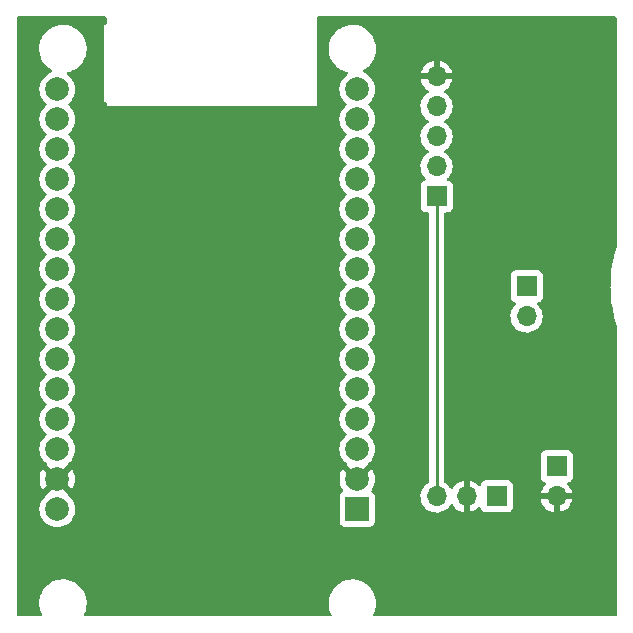
<source format=gbl>
%TF.GenerationSoftware,KiCad,Pcbnew,(6.0.9)*%
%TF.CreationDate,2023-01-15T17:56:17-06:00*%
%TF.ProjectId,URVBuoyancyEngine,55525642-756f-4796-916e-6379456e6769,rev?*%
%TF.SameCoordinates,Original*%
%TF.FileFunction,Copper,L2,Bot*%
%TF.FilePolarity,Positive*%
%FSLAX46Y46*%
G04 Gerber Fmt 4.6, Leading zero omitted, Abs format (unit mm)*
G04 Created by KiCad (PCBNEW (6.0.9)) date 2023-01-15 17:56:17*
%MOMM*%
%LPD*%
G01*
G04 APERTURE LIST*
%TA.AperFunction,ComponentPad*%
%ADD10R,1.700000X1.700000*%
%TD*%
%TA.AperFunction,ComponentPad*%
%ADD11O,1.700000X1.700000*%
%TD*%
%TA.AperFunction,ComponentPad*%
%ADD12R,2.000000X2.000000*%
%TD*%
%TA.AperFunction,ComponentPad*%
%ADD13C,2.000000*%
%TD*%
%TA.AperFunction,Conductor*%
%ADD14C,0.250000*%
%TD*%
G04 APERTURE END LIST*
D10*
X106680000Y-88900000D03*
D11*
X106680000Y-91440000D03*
D10*
X99060000Y-81280000D03*
D11*
X99060000Y-71120000D03*
X99060000Y-76200000D03*
X99060000Y-78740000D03*
X99060000Y-73660000D03*
D10*
X109220000Y-104140000D03*
D11*
X109220000Y-106680000D03*
D12*
X92355000Y-107760000D03*
D13*
X92355000Y-105220000D03*
X92355000Y-102680000D03*
X92355000Y-100140000D03*
X92355000Y-97600000D03*
X92355000Y-95060000D03*
X92355000Y-92520000D03*
X92355000Y-89980000D03*
X92355000Y-87440000D03*
X92355000Y-84900000D03*
X92355000Y-82360000D03*
X92355000Y-79820000D03*
X92355000Y-77280000D03*
X92355000Y-74740000D03*
X92355000Y-72200000D03*
X66955000Y-72200000D03*
X66955000Y-74740000D03*
X66955000Y-77280000D03*
X66955000Y-79820000D03*
X66955000Y-82360000D03*
X66955000Y-84900000D03*
X66955000Y-87440000D03*
X66955000Y-89980000D03*
X66955000Y-92520000D03*
X66955000Y-95060000D03*
X66955000Y-97600000D03*
X66955000Y-100140000D03*
X66955000Y-102680000D03*
X66955000Y-105220000D03*
X66955000Y-107760000D03*
D11*
X101600000Y-106680000D03*
D10*
X104140000Y-106680000D03*
D11*
X99060000Y-106680000D03*
D14*
X99060000Y-81280000D02*
X99060000Y-106680000D01*
%TA.AperFunction,Conductor*%
G36*
X71062121Y-66060002D02*
G01*
X71108614Y-66113658D01*
X71120000Y-66166000D01*
X71120000Y-66644000D01*
X71099998Y-66712121D01*
X71046342Y-66758614D01*
X70994000Y-66770000D01*
X70875000Y-66770000D01*
X70875000Y-73260000D01*
X70994000Y-73260000D01*
X71062121Y-73280002D01*
X71108614Y-73333658D01*
X71120000Y-73386000D01*
X71120000Y-73660000D01*
X88900000Y-73660000D01*
X88900000Y-68699733D01*
X89922822Y-68699733D01*
X89932625Y-68980458D01*
X89933387Y-68984781D01*
X89933388Y-68984788D01*
X89957164Y-69119624D01*
X89981402Y-69257087D01*
X90068203Y-69524235D01*
X90191340Y-69776702D01*
X90193795Y-69780341D01*
X90193798Y-69780347D01*
X90260745Y-69879599D01*
X90348415Y-70009576D01*
X90536371Y-70218322D01*
X90751550Y-70398879D01*
X90989764Y-70547731D01*
X91107330Y-70600075D01*
X91207746Y-70644783D01*
X91246375Y-70661982D01*
X91250603Y-70663194D01*
X91250602Y-70663194D01*
X91469333Y-70725914D01*
X91529302Y-70763918D01*
X91559204Y-70828310D01*
X91549547Y-70898647D01*
X91500437Y-70954466D01*
X91469803Y-70973238D01*
X91469802Y-70973239D01*
X91465584Y-70975824D01*
X91285031Y-71130031D01*
X91130824Y-71310584D01*
X91128245Y-71314792D01*
X91128241Y-71314798D01*
X91083404Y-71387966D01*
X91006760Y-71513037D01*
X91004867Y-71517607D01*
X91004865Y-71517611D01*
X90963833Y-71616672D01*
X90915895Y-71732406D01*
X90896640Y-71812609D01*
X90870765Y-71920388D01*
X90860465Y-71963289D01*
X90841835Y-72200000D01*
X90860465Y-72436711D01*
X90861619Y-72441518D01*
X90861620Y-72441524D01*
X90877967Y-72509612D01*
X90915895Y-72667594D01*
X90917788Y-72672165D01*
X90917789Y-72672167D01*
X90982452Y-72828277D01*
X91006760Y-72886963D01*
X91009346Y-72891183D01*
X91128241Y-73085202D01*
X91128245Y-73085208D01*
X91130824Y-73089416D01*
X91285031Y-73269969D01*
X91288787Y-73273177D01*
X91288792Y-73273182D01*
X91407056Y-73374189D01*
X91445866Y-73433639D01*
X91446372Y-73504634D01*
X91407056Y-73565811D01*
X91288792Y-73666818D01*
X91288787Y-73666823D01*
X91285031Y-73670031D01*
X91130824Y-73850584D01*
X91128245Y-73854792D01*
X91128241Y-73854798D01*
X91068049Y-73953023D01*
X91006760Y-74053037D01*
X91004867Y-74057607D01*
X91004865Y-74057611D01*
X90959782Y-74166453D01*
X90915895Y-74272406D01*
X90860465Y-74503289D01*
X90841835Y-74740000D01*
X90860465Y-74976711D01*
X90861619Y-74981518D01*
X90861620Y-74981524D01*
X90877967Y-75049612D01*
X90915895Y-75207594D01*
X90917788Y-75212165D01*
X90917789Y-75212167D01*
X90982452Y-75368277D01*
X91006760Y-75426963D01*
X91009346Y-75431183D01*
X91128241Y-75625202D01*
X91128245Y-75625208D01*
X91130824Y-75629416D01*
X91285031Y-75809969D01*
X91288787Y-75813177D01*
X91288792Y-75813182D01*
X91407056Y-75914189D01*
X91445866Y-75973639D01*
X91446372Y-76044634D01*
X91407056Y-76105811D01*
X91288792Y-76206818D01*
X91288787Y-76206823D01*
X91285031Y-76210031D01*
X91130824Y-76390584D01*
X91128245Y-76394792D01*
X91128241Y-76394798D01*
X91068049Y-76493023D01*
X91006760Y-76593037D01*
X91004867Y-76597607D01*
X91004865Y-76597611D01*
X90959782Y-76706453D01*
X90915895Y-76812406D01*
X90860465Y-77043289D01*
X90841835Y-77280000D01*
X90860465Y-77516711D01*
X90861619Y-77521518D01*
X90861620Y-77521524D01*
X90877967Y-77589612D01*
X90915895Y-77747594D01*
X90917788Y-77752165D01*
X90917789Y-77752167D01*
X90982452Y-77908277D01*
X91006760Y-77966963D01*
X91009346Y-77971183D01*
X91128241Y-78165202D01*
X91128245Y-78165208D01*
X91130824Y-78169416D01*
X91285031Y-78349969D01*
X91288787Y-78353177D01*
X91288792Y-78353182D01*
X91407056Y-78454189D01*
X91445866Y-78513639D01*
X91446372Y-78584634D01*
X91407056Y-78645811D01*
X91288792Y-78746818D01*
X91288787Y-78746823D01*
X91285031Y-78750031D01*
X91281823Y-78753787D01*
X91264032Y-78774618D01*
X91130824Y-78930584D01*
X91128245Y-78934792D01*
X91128241Y-78934798D01*
X91068049Y-79033023D01*
X91006760Y-79133037D01*
X91004867Y-79137607D01*
X91004865Y-79137611D01*
X90959782Y-79246453D01*
X90915895Y-79352406D01*
X90860465Y-79583289D01*
X90841835Y-79820000D01*
X90860465Y-80056711D01*
X90861619Y-80061518D01*
X90861620Y-80061524D01*
X90886958Y-80167062D01*
X90915895Y-80287594D01*
X90917788Y-80292165D01*
X90917789Y-80292167D01*
X90979987Y-80442326D01*
X91006760Y-80506963D01*
X91009346Y-80511183D01*
X91128241Y-80705202D01*
X91128245Y-80705208D01*
X91130824Y-80709416D01*
X91285031Y-80889969D01*
X91288787Y-80893177D01*
X91288792Y-80893182D01*
X91407056Y-80994189D01*
X91445866Y-81053639D01*
X91446372Y-81124634D01*
X91407056Y-81185811D01*
X91288792Y-81286818D01*
X91288787Y-81286823D01*
X91285031Y-81290031D01*
X91130824Y-81470584D01*
X91128245Y-81474792D01*
X91128241Y-81474798D01*
X91121588Y-81485655D01*
X91006760Y-81673037D01*
X90915895Y-81892406D01*
X90860465Y-82123289D01*
X90841835Y-82360000D01*
X90860465Y-82596711D01*
X90861619Y-82601518D01*
X90861620Y-82601524D01*
X90884393Y-82696379D01*
X90915895Y-82827594D01*
X90917788Y-82832165D01*
X90917789Y-82832167D01*
X90971755Y-82962452D01*
X91006760Y-83046963D01*
X91009346Y-83051183D01*
X91128241Y-83245202D01*
X91128245Y-83245208D01*
X91130824Y-83249416D01*
X91285031Y-83429969D01*
X91288787Y-83433177D01*
X91288792Y-83433182D01*
X91407056Y-83534189D01*
X91445866Y-83593639D01*
X91446372Y-83664634D01*
X91407056Y-83725811D01*
X91288792Y-83826818D01*
X91288787Y-83826823D01*
X91285031Y-83830031D01*
X91130824Y-84010584D01*
X91128245Y-84014792D01*
X91128241Y-84014798D01*
X91124303Y-84021225D01*
X91006760Y-84213037D01*
X90915895Y-84432406D01*
X90914740Y-84437218D01*
X90869195Y-84626927D01*
X90860465Y-84663289D01*
X90841835Y-84900000D01*
X90860465Y-85136711D01*
X90861619Y-85141518D01*
X90861620Y-85141524D01*
X90896640Y-85287391D01*
X90915895Y-85367594D01*
X91006760Y-85586963D01*
X91009346Y-85591183D01*
X91128241Y-85785202D01*
X91128245Y-85785208D01*
X91130824Y-85789416D01*
X91285031Y-85969969D01*
X91288787Y-85973177D01*
X91288792Y-85973182D01*
X91407056Y-86074189D01*
X91445866Y-86133639D01*
X91446372Y-86204634D01*
X91407056Y-86265811D01*
X91288792Y-86366818D01*
X91288787Y-86366823D01*
X91285031Y-86370031D01*
X91130824Y-86550584D01*
X91128245Y-86554792D01*
X91128241Y-86554798D01*
X91009346Y-86748817D01*
X91006760Y-86753037D01*
X90915895Y-86972406D01*
X90914740Y-86977218D01*
X90867703Y-87173141D01*
X90860465Y-87203289D01*
X90841835Y-87440000D01*
X90860465Y-87676711D01*
X90861619Y-87681518D01*
X90861620Y-87681524D01*
X90863738Y-87690346D01*
X90915895Y-87907594D01*
X91006760Y-88126963D01*
X91009346Y-88131183D01*
X91128241Y-88325202D01*
X91128245Y-88325208D01*
X91130824Y-88329416D01*
X91285031Y-88509969D01*
X91288787Y-88513177D01*
X91288792Y-88513182D01*
X91407056Y-88614189D01*
X91445866Y-88673639D01*
X91446372Y-88744634D01*
X91407056Y-88805811D01*
X91288792Y-88906818D01*
X91288787Y-88906823D01*
X91285031Y-88910031D01*
X91130824Y-89090584D01*
X91128245Y-89094792D01*
X91128241Y-89094798D01*
X91009346Y-89288817D01*
X91006760Y-89293037D01*
X91004867Y-89297607D01*
X91004865Y-89297611D01*
X90918539Y-89506023D01*
X90915895Y-89512406D01*
X90860465Y-89743289D01*
X90841835Y-89980000D01*
X90860465Y-90216711D01*
X90861619Y-90221518D01*
X90861620Y-90221524D01*
X90877382Y-90287176D01*
X90915895Y-90447594D01*
X90917788Y-90452165D01*
X90917789Y-90452167D01*
X90982452Y-90608277D01*
X91006760Y-90666963D01*
X91009346Y-90671183D01*
X91128241Y-90865202D01*
X91128245Y-90865208D01*
X91130824Y-90869416D01*
X91285031Y-91049969D01*
X91288787Y-91053177D01*
X91288792Y-91053182D01*
X91407056Y-91154189D01*
X91445866Y-91213639D01*
X91446372Y-91284634D01*
X91407056Y-91345811D01*
X91288792Y-91446818D01*
X91288787Y-91446823D01*
X91285031Y-91450031D01*
X91130824Y-91630584D01*
X91128245Y-91634792D01*
X91128241Y-91634798D01*
X91068049Y-91733023D01*
X91006760Y-91833037D01*
X91004867Y-91837607D01*
X91004865Y-91837611D01*
X90959782Y-91946453D01*
X90915895Y-92052406D01*
X90914307Y-92059020D01*
X90884679Y-92182432D01*
X90860465Y-92283289D01*
X90841835Y-92520000D01*
X90860465Y-92756711D01*
X90861619Y-92761518D01*
X90861620Y-92761524D01*
X90896640Y-92907391D01*
X90915895Y-92987594D01*
X91006760Y-93206963D01*
X91009346Y-93211183D01*
X91128241Y-93405202D01*
X91128245Y-93405208D01*
X91130824Y-93409416D01*
X91285031Y-93589969D01*
X91288787Y-93593177D01*
X91288792Y-93593182D01*
X91407056Y-93694189D01*
X91445866Y-93753639D01*
X91446372Y-93824634D01*
X91407056Y-93885811D01*
X91288792Y-93986818D01*
X91288787Y-93986823D01*
X91285031Y-93990031D01*
X91130824Y-94170584D01*
X91128245Y-94174792D01*
X91128241Y-94174798D01*
X91059838Y-94286422D01*
X91006760Y-94373037D01*
X90915895Y-94592406D01*
X90860465Y-94823289D01*
X90841835Y-95060000D01*
X90860465Y-95296711D01*
X90915895Y-95527594D01*
X91006760Y-95746963D01*
X91009346Y-95751183D01*
X91128241Y-95945202D01*
X91128245Y-95945208D01*
X91130824Y-95949416D01*
X91285031Y-96129969D01*
X91288787Y-96133177D01*
X91288792Y-96133182D01*
X91407056Y-96234189D01*
X91445866Y-96293639D01*
X91446372Y-96364634D01*
X91407056Y-96425811D01*
X91288792Y-96526818D01*
X91288787Y-96526823D01*
X91285031Y-96530031D01*
X91130824Y-96710584D01*
X91128245Y-96714792D01*
X91128241Y-96714798D01*
X91028914Y-96876885D01*
X91006760Y-96913037D01*
X90915895Y-97132406D01*
X90860465Y-97363289D01*
X90841835Y-97600000D01*
X90860465Y-97836711D01*
X90861619Y-97841518D01*
X90861620Y-97841524D01*
X90896640Y-97987391D01*
X90915895Y-98067594D01*
X90917788Y-98072165D01*
X90917789Y-98072167D01*
X91000163Y-98271036D01*
X91006760Y-98286963D01*
X91009346Y-98291183D01*
X91128241Y-98485202D01*
X91128245Y-98485208D01*
X91130824Y-98489416D01*
X91285031Y-98669969D01*
X91288787Y-98673177D01*
X91288792Y-98673182D01*
X91407056Y-98774189D01*
X91445866Y-98833639D01*
X91446372Y-98904634D01*
X91407056Y-98965811D01*
X91288792Y-99066818D01*
X91288787Y-99066823D01*
X91285031Y-99070031D01*
X91130824Y-99250584D01*
X91128245Y-99254792D01*
X91128241Y-99254798D01*
X91080735Y-99332321D01*
X91006760Y-99453037D01*
X91004867Y-99457607D01*
X91004865Y-99457611D01*
X90976538Y-99526000D01*
X90915895Y-99672406D01*
X90860465Y-99903289D01*
X90841835Y-100140000D01*
X90860465Y-100376711D01*
X90915895Y-100607594D01*
X91006760Y-100826963D01*
X91009346Y-100831183D01*
X91128241Y-101025202D01*
X91128245Y-101025208D01*
X91130824Y-101029416D01*
X91285031Y-101209969D01*
X91288787Y-101213177D01*
X91288792Y-101213182D01*
X91407056Y-101314189D01*
X91445866Y-101373639D01*
X91446372Y-101444634D01*
X91407056Y-101505811D01*
X91288792Y-101606818D01*
X91288787Y-101606823D01*
X91285031Y-101610031D01*
X91130824Y-101790584D01*
X91128245Y-101794792D01*
X91128241Y-101794798D01*
X91009346Y-101988817D01*
X91006760Y-101993037D01*
X90915895Y-102212406D01*
X90860465Y-102443289D01*
X90841835Y-102680000D01*
X90860465Y-102916711D01*
X90861619Y-102921518D01*
X90861620Y-102921524D01*
X90864596Y-102933919D01*
X90915895Y-103147594D01*
X91006760Y-103366963D01*
X91009346Y-103371183D01*
X91128241Y-103565202D01*
X91128245Y-103565208D01*
X91130824Y-103569416D01*
X91285031Y-103749969D01*
X91288787Y-103753177D01*
X91288792Y-103753182D01*
X91441616Y-103883706D01*
X91480426Y-103943156D01*
X91482640Y-103977558D01*
X91490877Y-103996667D01*
X92342188Y-104847978D01*
X92356132Y-104855592D01*
X92357965Y-104855461D01*
X92364580Y-104851210D01*
X93216080Y-103999710D01*
X93225260Y-103982898D01*
X93239020Y-103919650D01*
X93267776Y-103884225D01*
X93421213Y-103753177D01*
X93424969Y-103749969D01*
X93579176Y-103569416D01*
X93581755Y-103565208D01*
X93581759Y-103565202D01*
X93700654Y-103371183D01*
X93703240Y-103366963D01*
X93794105Y-103147594D01*
X93845404Y-102933919D01*
X93848380Y-102921524D01*
X93848381Y-102921518D01*
X93849535Y-102916711D01*
X93868165Y-102680000D01*
X93849535Y-102443289D01*
X93794105Y-102212406D01*
X93703240Y-101993037D01*
X93700654Y-101988817D01*
X93581759Y-101794798D01*
X93581755Y-101794792D01*
X93579176Y-101790584D01*
X93424969Y-101610031D01*
X93421213Y-101606823D01*
X93421208Y-101606818D01*
X93302944Y-101505811D01*
X93264134Y-101446361D01*
X93263628Y-101375366D01*
X93302944Y-101314189D01*
X93421208Y-101213182D01*
X93421213Y-101213177D01*
X93424969Y-101209969D01*
X93579176Y-101029416D01*
X93581755Y-101025208D01*
X93581759Y-101025202D01*
X93700654Y-100831183D01*
X93703240Y-100826963D01*
X93794105Y-100607594D01*
X93849535Y-100376711D01*
X93868165Y-100140000D01*
X93849535Y-99903289D01*
X93794105Y-99672406D01*
X93733462Y-99526000D01*
X93705135Y-99457611D01*
X93705133Y-99457607D01*
X93703240Y-99453037D01*
X93629265Y-99332321D01*
X93581759Y-99254798D01*
X93581755Y-99254792D01*
X93579176Y-99250584D01*
X93424969Y-99070031D01*
X93421213Y-99066823D01*
X93421208Y-99066818D01*
X93302944Y-98965811D01*
X93264134Y-98906361D01*
X93263628Y-98835366D01*
X93302944Y-98774189D01*
X93421208Y-98673182D01*
X93421213Y-98673177D01*
X93424969Y-98669969D01*
X93579176Y-98489416D01*
X93581755Y-98485208D01*
X93581759Y-98485202D01*
X93700654Y-98291183D01*
X93703240Y-98286963D01*
X93709838Y-98271036D01*
X93792211Y-98072167D01*
X93792212Y-98072165D01*
X93794105Y-98067594D01*
X93813360Y-97987391D01*
X93848380Y-97841524D01*
X93848381Y-97841518D01*
X93849535Y-97836711D01*
X93868165Y-97600000D01*
X93849535Y-97363289D01*
X93794105Y-97132406D01*
X93703240Y-96913037D01*
X93681086Y-96876885D01*
X93581759Y-96714798D01*
X93581755Y-96714792D01*
X93579176Y-96710584D01*
X93424969Y-96530031D01*
X93421213Y-96526823D01*
X93421208Y-96526818D01*
X93302944Y-96425811D01*
X93264134Y-96366361D01*
X93263628Y-96295366D01*
X93302944Y-96234189D01*
X93421208Y-96133182D01*
X93421213Y-96133177D01*
X93424969Y-96129969D01*
X93579176Y-95949416D01*
X93581755Y-95945208D01*
X93581759Y-95945202D01*
X93700654Y-95751183D01*
X93703240Y-95746963D01*
X93794105Y-95527594D01*
X93849535Y-95296711D01*
X93868165Y-95060000D01*
X93849535Y-94823289D01*
X93794105Y-94592406D01*
X93703240Y-94373037D01*
X93650162Y-94286422D01*
X93581759Y-94174798D01*
X93581755Y-94174792D01*
X93579176Y-94170584D01*
X93424969Y-93990031D01*
X93421213Y-93986823D01*
X93421208Y-93986818D01*
X93302944Y-93885811D01*
X93264134Y-93826361D01*
X93263628Y-93755366D01*
X93302944Y-93694189D01*
X93421208Y-93593182D01*
X93421213Y-93593177D01*
X93424969Y-93589969D01*
X93579176Y-93409416D01*
X93581755Y-93405208D01*
X93581759Y-93405202D01*
X93700654Y-93211183D01*
X93703240Y-93206963D01*
X93794105Y-92987594D01*
X93813360Y-92907391D01*
X93848380Y-92761524D01*
X93848381Y-92761518D01*
X93849535Y-92756711D01*
X93868165Y-92520000D01*
X93849535Y-92283289D01*
X93825322Y-92182432D01*
X93795693Y-92059020D01*
X93794105Y-92052406D01*
X93750218Y-91946453D01*
X93705135Y-91837611D01*
X93705133Y-91837607D01*
X93703240Y-91833037D01*
X93641951Y-91733023D01*
X93581759Y-91634798D01*
X93581755Y-91634792D01*
X93579176Y-91630584D01*
X93424969Y-91450031D01*
X93421213Y-91446823D01*
X93421208Y-91446818D01*
X93302944Y-91345811D01*
X93264134Y-91286361D01*
X93263628Y-91215366D01*
X93302944Y-91154189D01*
X93421208Y-91053182D01*
X93421213Y-91053177D01*
X93424969Y-91049969D01*
X93579176Y-90869416D01*
X93581755Y-90865208D01*
X93581759Y-90865202D01*
X93700654Y-90671183D01*
X93703240Y-90666963D01*
X93727549Y-90608277D01*
X93792211Y-90452167D01*
X93792212Y-90452165D01*
X93794105Y-90447594D01*
X93832618Y-90287176D01*
X93848380Y-90221524D01*
X93848381Y-90221518D01*
X93849535Y-90216711D01*
X93868165Y-89980000D01*
X93849535Y-89743289D01*
X93794105Y-89512406D01*
X93791461Y-89506023D01*
X93705135Y-89297611D01*
X93705133Y-89297607D01*
X93703240Y-89293037D01*
X93700654Y-89288817D01*
X93581759Y-89094798D01*
X93581755Y-89094792D01*
X93579176Y-89090584D01*
X93424969Y-88910031D01*
X93421213Y-88906823D01*
X93421208Y-88906818D01*
X93302944Y-88805811D01*
X93264134Y-88746361D01*
X93263628Y-88675366D01*
X93302944Y-88614189D01*
X93421208Y-88513182D01*
X93421213Y-88513177D01*
X93424969Y-88509969D01*
X93579176Y-88329416D01*
X93581755Y-88325208D01*
X93581759Y-88325202D01*
X93700654Y-88131183D01*
X93703240Y-88126963D01*
X93794105Y-87907594D01*
X93846262Y-87690346D01*
X93848380Y-87681524D01*
X93848381Y-87681518D01*
X93849535Y-87676711D01*
X93868165Y-87440000D01*
X93849535Y-87203289D01*
X93842298Y-87173141D01*
X93795260Y-86977218D01*
X93794105Y-86972406D01*
X93703240Y-86753037D01*
X93700654Y-86748817D01*
X93581759Y-86554798D01*
X93581755Y-86554792D01*
X93579176Y-86550584D01*
X93424969Y-86370031D01*
X93421213Y-86366823D01*
X93421208Y-86366818D01*
X93302944Y-86265811D01*
X93264134Y-86206361D01*
X93263628Y-86135366D01*
X93302944Y-86074189D01*
X93421208Y-85973182D01*
X93421213Y-85973177D01*
X93424969Y-85969969D01*
X93579176Y-85789416D01*
X93581755Y-85785208D01*
X93581759Y-85785202D01*
X93700654Y-85591183D01*
X93703240Y-85586963D01*
X93794105Y-85367594D01*
X93813360Y-85287391D01*
X93848380Y-85141524D01*
X93848381Y-85141518D01*
X93849535Y-85136711D01*
X93868165Y-84900000D01*
X93849535Y-84663289D01*
X93840806Y-84626927D01*
X93795260Y-84437218D01*
X93794105Y-84432406D01*
X93703240Y-84213037D01*
X93585697Y-84021225D01*
X93581759Y-84014798D01*
X93581755Y-84014792D01*
X93579176Y-84010584D01*
X93424969Y-83830031D01*
X93421213Y-83826823D01*
X93421208Y-83826818D01*
X93302944Y-83725811D01*
X93264134Y-83666361D01*
X93263628Y-83595366D01*
X93302944Y-83534189D01*
X93421208Y-83433182D01*
X93421213Y-83433177D01*
X93424969Y-83429969D01*
X93579176Y-83249416D01*
X93581755Y-83245208D01*
X93581759Y-83245202D01*
X93700654Y-83051183D01*
X93703240Y-83046963D01*
X93738246Y-82962452D01*
X93792211Y-82832167D01*
X93792212Y-82832165D01*
X93794105Y-82827594D01*
X93825607Y-82696379D01*
X93848380Y-82601524D01*
X93848381Y-82601518D01*
X93849535Y-82596711D01*
X93868165Y-82360000D01*
X93849535Y-82123289D01*
X93794105Y-81892406D01*
X93703240Y-81673037D01*
X93588412Y-81485655D01*
X93581759Y-81474798D01*
X93581755Y-81474792D01*
X93579176Y-81470584D01*
X93424969Y-81290031D01*
X93421213Y-81286823D01*
X93421208Y-81286818D01*
X93302944Y-81185811D01*
X93264134Y-81126361D01*
X93263628Y-81055366D01*
X93302944Y-80994189D01*
X93421208Y-80893182D01*
X93421213Y-80893177D01*
X93424969Y-80889969D01*
X93579176Y-80709416D01*
X93581755Y-80705208D01*
X93581759Y-80705202D01*
X93700654Y-80511183D01*
X93703240Y-80506963D01*
X93730014Y-80442326D01*
X93792211Y-80292167D01*
X93792212Y-80292165D01*
X93794105Y-80287594D01*
X93823042Y-80167062D01*
X93848380Y-80061524D01*
X93848381Y-80061518D01*
X93849535Y-80056711D01*
X93868165Y-79820000D01*
X93849535Y-79583289D01*
X93794105Y-79352406D01*
X93750218Y-79246453D01*
X93705135Y-79137611D01*
X93705133Y-79137607D01*
X93703240Y-79133037D01*
X93641951Y-79033023D01*
X93581759Y-78934798D01*
X93581755Y-78934792D01*
X93579176Y-78930584D01*
X93445968Y-78774618D01*
X93428177Y-78753787D01*
X93424969Y-78750031D01*
X93421213Y-78746823D01*
X93421208Y-78746818D01*
X93302944Y-78645811D01*
X93264134Y-78586361D01*
X93263628Y-78515366D01*
X93302944Y-78454189D01*
X93421208Y-78353182D01*
X93421213Y-78353177D01*
X93424969Y-78349969D01*
X93579176Y-78169416D01*
X93581755Y-78165208D01*
X93581759Y-78165202D01*
X93700654Y-77971183D01*
X93703240Y-77966963D01*
X93727549Y-77908277D01*
X93792211Y-77752167D01*
X93792212Y-77752165D01*
X93794105Y-77747594D01*
X93832033Y-77589612D01*
X93848380Y-77521524D01*
X93848381Y-77521518D01*
X93849535Y-77516711D01*
X93868165Y-77280000D01*
X93849535Y-77043289D01*
X93794105Y-76812406D01*
X93750218Y-76706453D01*
X93705135Y-76597611D01*
X93705133Y-76597607D01*
X93703240Y-76593037D01*
X93641951Y-76493023D01*
X93581759Y-76394798D01*
X93581755Y-76394792D01*
X93579176Y-76390584D01*
X93424969Y-76210031D01*
X93421213Y-76206823D01*
X93421208Y-76206818D01*
X93302944Y-76105811D01*
X93264134Y-76046361D01*
X93263628Y-75975366D01*
X93302944Y-75914189D01*
X93421208Y-75813182D01*
X93421213Y-75813177D01*
X93424969Y-75809969D01*
X93579176Y-75629416D01*
X93581755Y-75625208D01*
X93581759Y-75625202D01*
X93700654Y-75431183D01*
X93703240Y-75426963D01*
X93727549Y-75368277D01*
X93792211Y-75212167D01*
X93792212Y-75212165D01*
X93794105Y-75207594D01*
X93832033Y-75049612D01*
X93848380Y-74981524D01*
X93848381Y-74981518D01*
X93849535Y-74976711D01*
X93868165Y-74740000D01*
X93849535Y-74503289D01*
X93794105Y-74272406D01*
X93750218Y-74166453D01*
X93705135Y-74057611D01*
X93705133Y-74057607D01*
X93703240Y-74053037D01*
X93641951Y-73953023D01*
X93581759Y-73854798D01*
X93581755Y-73854792D01*
X93579176Y-73850584D01*
X93424969Y-73670031D01*
X93421213Y-73666823D01*
X93421208Y-73666818D01*
X93302944Y-73565811D01*
X93264134Y-73506361D01*
X93263628Y-73435366D01*
X93302944Y-73374189D01*
X93421208Y-73273182D01*
X93421213Y-73273177D01*
X93424969Y-73269969D01*
X93579176Y-73089416D01*
X93581755Y-73085208D01*
X93581759Y-73085202D01*
X93700654Y-72891183D01*
X93703240Y-72886963D01*
X93727549Y-72828277D01*
X93792211Y-72672167D01*
X93792212Y-72672165D01*
X93794105Y-72667594D01*
X93832033Y-72509612D01*
X93848380Y-72441524D01*
X93848381Y-72441518D01*
X93849535Y-72436711D01*
X93868165Y-72200000D01*
X93849535Y-71963289D01*
X93839236Y-71920388D01*
X93813360Y-71812609D01*
X93794105Y-71732406D01*
X93746167Y-71616672D01*
X93705135Y-71517611D01*
X93705133Y-71517607D01*
X93703240Y-71513037D01*
X93626596Y-71387966D01*
X93581759Y-71314798D01*
X93581755Y-71314792D01*
X93579176Y-71310584D01*
X93424969Y-71130031D01*
X93244416Y-70975824D01*
X93240208Y-70973245D01*
X93240202Y-70973241D01*
X93046183Y-70854346D01*
X93045917Y-70854183D01*
X97724389Y-70854183D01*
X97725912Y-70862607D01*
X97738292Y-70866000D01*
X98787885Y-70866000D01*
X98803124Y-70861525D01*
X98804329Y-70860135D01*
X98806000Y-70852452D01*
X98806000Y-70847885D01*
X99314000Y-70847885D01*
X99318475Y-70863124D01*
X99319865Y-70864329D01*
X99327548Y-70866000D01*
X100378344Y-70866000D01*
X100391875Y-70862027D01*
X100393180Y-70852947D01*
X100351214Y-70685875D01*
X100347894Y-70676124D01*
X100262972Y-70480814D01*
X100258105Y-70471739D01*
X100142426Y-70292926D01*
X100136136Y-70284757D01*
X99992806Y-70127240D01*
X99985273Y-70120215D01*
X99818139Y-69988222D01*
X99809552Y-69982517D01*
X99623117Y-69879599D01*
X99613705Y-69875369D01*
X99412959Y-69804280D01*
X99402988Y-69801646D01*
X99331837Y-69788972D01*
X99318540Y-69790432D01*
X99314000Y-69804989D01*
X99314000Y-70847885D01*
X98806000Y-70847885D01*
X98806000Y-69803102D01*
X98802082Y-69789758D01*
X98787806Y-69787771D01*
X98749324Y-69793660D01*
X98739288Y-69796051D01*
X98536868Y-69862212D01*
X98527359Y-69866209D01*
X98338463Y-69964542D01*
X98329738Y-69970036D01*
X98159433Y-70097905D01*
X98151726Y-70104748D01*
X98004590Y-70258717D01*
X97998104Y-70266727D01*
X97878098Y-70442649D01*
X97873000Y-70451623D01*
X97783338Y-70644783D01*
X97779775Y-70654470D01*
X97724389Y-70854183D01*
X93045917Y-70854183D01*
X93041963Y-70851760D01*
X93037393Y-70849867D01*
X93037389Y-70849865D01*
X92960646Y-70818078D01*
X92870594Y-70780777D01*
X92815314Y-70736230D01*
X92792893Y-70668867D01*
X92810451Y-70600075D01*
X92859659Y-70553118D01*
X92952338Y-70503839D01*
X93001942Y-70477464D01*
X93009822Y-70471739D01*
X93225629Y-70314947D01*
X93225632Y-70314944D01*
X93229192Y-70312358D01*
X93249315Y-70292926D01*
X93428087Y-70120287D01*
X93431252Y-70117231D01*
X93604188Y-69895882D01*
X93606384Y-69892078D01*
X93606389Y-69892071D01*
X93742435Y-69656431D01*
X93744636Y-69652619D01*
X93849862Y-69392176D01*
X93883544Y-69257087D01*
X93916753Y-69123893D01*
X93916754Y-69123888D01*
X93917817Y-69119624D01*
X93947178Y-68840267D01*
X93937375Y-68559542D01*
X93913608Y-68424749D01*
X93889360Y-68287236D01*
X93888598Y-68282913D01*
X93801797Y-68015765D01*
X93678660Y-67763298D01*
X93676205Y-67759659D01*
X93676202Y-67759653D01*
X93595935Y-67640653D01*
X93521585Y-67530424D01*
X93333629Y-67321678D01*
X93118450Y-67141121D01*
X92880236Y-66992269D01*
X92623625Y-66878018D01*
X92353610Y-66800593D01*
X92349260Y-66799982D01*
X92349257Y-66799981D01*
X92232328Y-66783548D01*
X92075448Y-66761500D01*
X91864854Y-66761500D01*
X91862668Y-66761653D01*
X91862664Y-66761653D01*
X91659173Y-66775882D01*
X91659168Y-66775883D01*
X91654788Y-66776189D01*
X91380030Y-66834591D01*
X91375901Y-66836094D01*
X91375897Y-66836095D01*
X91120219Y-66929154D01*
X91120215Y-66929156D01*
X91116074Y-66930663D01*
X90868058Y-67062536D01*
X90864499Y-67065122D01*
X90864497Y-67065123D01*
X90759895Y-67141121D01*
X90640808Y-67227642D01*
X90438748Y-67422769D01*
X90265812Y-67644118D01*
X90263616Y-67647922D01*
X90263611Y-67647929D01*
X90160575Y-67826393D01*
X90125364Y-67887381D01*
X90020138Y-68147824D01*
X90019073Y-68152097D01*
X90019072Y-68152099D01*
X89985379Y-68287236D01*
X89952183Y-68420376D01*
X89922822Y-68699733D01*
X88900000Y-68699733D01*
X88900000Y-66166000D01*
X88920002Y-66097879D01*
X88973658Y-66051386D01*
X89026000Y-66040000D01*
X114174000Y-66040000D01*
X114242121Y-66060002D01*
X114288614Y-66113658D01*
X114300000Y-66166000D01*
X114300000Y-85621718D01*
X114293489Y-85661698D01*
X114242765Y-85813295D01*
X114242760Y-85813312D01*
X114242176Y-85815057D01*
X114241695Y-85816840D01*
X114241694Y-85816843D01*
X114191434Y-86003115D01*
X114077204Y-86426469D01*
X113948783Y-87046589D01*
X113857366Y-87673233D01*
X113803273Y-88304196D01*
X113803224Y-88306054D01*
X113803224Y-88306060D01*
X113795156Y-88614189D01*
X113787672Y-88900000D01*
X113786696Y-88937257D01*
X113786757Y-88939094D01*
X113786757Y-88939109D01*
X113791782Y-89090584D01*
X113807692Y-89570186D01*
X113824208Y-89748223D01*
X113854843Y-90078447D01*
X113866189Y-90200756D01*
X113961979Y-90826747D01*
X114094725Y-91445956D01*
X114263962Y-92056201D01*
X114264562Y-92057953D01*
X114293207Y-92141619D01*
X114300000Y-92182432D01*
X114300000Y-116714000D01*
X114279998Y-116782121D01*
X114226342Y-116828614D01*
X114174000Y-116840000D01*
X93825822Y-116840000D01*
X93757701Y-116819998D01*
X93711208Y-116766342D01*
X93701104Y-116696068D01*
X93716703Y-116651000D01*
X93742435Y-116606431D01*
X93744636Y-116602619D01*
X93849862Y-116342176D01*
X93883544Y-116207087D01*
X93916753Y-116073893D01*
X93916754Y-116073888D01*
X93917817Y-116069624D01*
X93924574Y-116005342D01*
X93946719Y-115794636D01*
X93946719Y-115794633D01*
X93947178Y-115790267D01*
X93937375Y-115509542D01*
X93914368Y-115379059D01*
X93889360Y-115237236D01*
X93888598Y-115232913D01*
X93801797Y-114965765D01*
X93678660Y-114713298D01*
X93676205Y-114709659D01*
X93676202Y-114709653D01*
X93595935Y-114590653D01*
X93521585Y-114480424D01*
X93333629Y-114271678D01*
X93118450Y-114091121D01*
X92880236Y-113942269D01*
X92623625Y-113828018D01*
X92353610Y-113750593D01*
X92349260Y-113749982D01*
X92349257Y-113749981D01*
X92246310Y-113735513D01*
X92075448Y-113711500D01*
X91864854Y-113711500D01*
X91862668Y-113711653D01*
X91862664Y-113711653D01*
X91659173Y-113725882D01*
X91659168Y-113725883D01*
X91654788Y-113726189D01*
X91380030Y-113784591D01*
X91375901Y-113786094D01*
X91375897Y-113786095D01*
X91120219Y-113879154D01*
X91120215Y-113879156D01*
X91116074Y-113880663D01*
X90868058Y-114012536D01*
X90864499Y-114015122D01*
X90864497Y-114015123D01*
X90759895Y-114091121D01*
X90640808Y-114177642D01*
X90438748Y-114372769D01*
X90265812Y-114594118D01*
X90263616Y-114597922D01*
X90263611Y-114597929D01*
X90176905Y-114748109D01*
X90125364Y-114837381D01*
X90020138Y-115097824D01*
X90019073Y-115102097D01*
X90019072Y-115102099D01*
X89985379Y-115237236D01*
X89952183Y-115370376D01*
X89922822Y-115649733D01*
X89932625Y-115930458D01*
X89933387Y-115934781D01*
X89933388Y-115934788D01*
X89957164Y-116069624D01*
X89981402Y-116207087D01*
X90068203Y-116474235D01*
X90154418Y-116651000D01*
X90158205Y-116658765D01*
X90170090Y-116728760D01*
X90142245Y-116794068D01*
X90083513Y-116833956D01*
X90044957Y-116840000D01*
X69315822Y-116840000D01*
X69247701Y-116819998D01*
X69201208Y-116766342D01*
X69191104Y-116696068D01*
X69206703Y-116651000D01*
X69232435Y-116606431D01*
X69234636Y-116602619D01*
X69339862Y-116342176D01*
X69373544Y-116207087D01*
X69406753Y-116073893D01*
X69406754Y-116073888D01*
X69407817Y-116069624D01*
X69414574Y-116005342D01*
X69436719Y-115794636D01*
X69436719Y-115794633D01*
X69437178Y-115790267D01*
X69427375Y-115509542D01*
X69404368Y-115379059D01*
X69379360Y-115237236D01*
X69378598Y-115232913D01*
X69291797Y-114965765D01*
X69168660Y-114713298D01*
X69166205Y-114709659D01*
X69166202Y-114709653D01*
X69085935Y-114590653D01*
X69011585Y-114480424D01*
X68823629Y-114271678D01*
X68608450Y-114091121D01*
X68370236Y-113942269D01*
X68113625Y-113828018D01*
X67843610Y-113750593D01*
X67839260Y-113749982D01*
X67839257Y-113749981D01*
X67736310Y-113735513D01*
X67565448Y-113711500D01*
X67354854Y-113711500D01*
X67352668Y-113711653D01*
X67352664Y-113711653D01*
X67149173Y-113725882D01*
X67149168Y-113725883D01*
X67144788Y-113726189D01*
X66870030Y-113784591D01*
X66865901Y-113786094D01*
X66865897Y-113786095D01*
X66610219Y-113879154D01*
X66610215Y-113879156D01*
X66606074Y-113880663D01*
X66358058Y-114012536D01*
X66354499Y-114015122D01*
X66354497Y-114015123D01*
X66249895Y-114091121D01*
X66130808Y-114177642D01*
X65928748Y-114372769D01*
X65755812Y-114594118D01*
X65753616Y-114597922D01*
X65753611Y-114597929D01*
X65666905Y-114748109D01*
X65615364Y-114837381D01*
X65510138Y-115097824D01*
X65509073Y-115102097D01*
X65509072Y-115102099D01*
X65475379Y-115237236D01*
X65442183Y-115370376D01*
X65412822Y-115649733D01*
X65422625Y-115930458D01*
X65423387Y-115934781D01*
X65423388Y-115934788D01*
X65447164Y-116069624D01*
X65471402Y-116207087D01*
X65558203Y-116474235D01*
X65644418Y-116651000D01*
X65648205Y-116658765D01*
X65660090Y-116728760D01*
X65632245Y-116794068D01*
X65573513Y-116833956D01*
X65534957Y-116840000D01*
X63626000Y-116840000D01*
X63557879Y-116819998D01*
X63511386Y-116766342D01*
X63500000Y-116714000D01*
X63500000Y-107760000D01*
X65441835Y-107760000D01*
X65460465Y-107996711D01*
X65461619Y-108001518D01*
X65461620Y-108001524D01*
X65496640Y-108147391D01*
X65515895Y-108227594D01*
X65606760Y-108446963D01*
X65609346Y-108451183D01*
X65728241Y-108645202D01*
X65728245Y-108645208D01*
X65730824Y-108649416D01*
X65885031Y-108829969D01*
X66065584Y-108984176D01*
X66069792Y-108986755D01*
X66069798Y-108986759D01*
X66263817Y-109105654D01*
X66268037Y-109108240D01*
X66272607Y-109110133D01*
X66272611Y-109110135D01*
X66482833Y-109197211D01*
X66487406Y-109199105D01*
X66535349Y-109210615D01*
X66713476Y-109253380D01*
X66713482Y-109253381D01*
X66718289Y-109254535D01*
X66955000Y-109273165D01*
X67191711Y-109254535D01*
X67196518Y-109253381D01*
X67196524Y-109253380D01*
X67374651Y-109210615D01*
X67422594Y-109199105D01*
X67427167Y-109197211D01*
X67637389Y-109110135D01*
X67637393Y-109110133D01*
X67641963Y-109108240D01*
X67646183Y-109105654D01*
X67840202Y-108986759D01*
X67840208Y-108986755D01*
X67844416Y-108984176D01*
X68024969Y-108829969D01*
X68179176Y-108649416D01*
X68181755Y-108645208D01*
X68181759Y-108645202D01*
X68300654Y-108451183D01*
X68303240Y-108446963D01*
X68394105Y-108227594D01*
X68413360Y-108147391D01*
X68448380Y-108001524D01*
X68448381Y-108001518D01*
X68449535Y-107996711D01*
X68468165Y-107760000D01*
X68449535Y-107523289D01*
X68447074Y-107513036D01*
X68395693Y-107299020D01*
X68394105Y-107292406D01*
X68350141Y-107186267D01*
X68305135Y-107077611D01*
X68305133Y-107077607D01*
X68303240Y-107073037D01*
X68241882Y-106972910D01*
X68181759Y-106874798D01*
X68181755Y-106874792D01*
X68179176Y-106870584D01*
X68024969Y-106690031D01*
X68021213Y-106686823D01*
X68021208Y-106686818D01*
X67868384Y-106556294D01*
X67829574Y-106496844D01*
X67827360Y-106462442D01*
X67819123Y-106443333D01*
X66967812Y-105592022D01*
X66953868Y-105584408D01*
X66952035Y-105584539D01*
X66945420Y-105588790D01*
X66093920Y-106440290D01*
X66084740Y-106457102D01*
X66070980Y-106520350D01*
X66042224Y-106555775D01*
X65941781Y-106641562D01*
X65885031Y-106690031D01*
X65730824Y-106870584D01*
X65728245Y-106874792D01*
X65728241Y-106874798D01*
X65668118Y-106972910D01*
X65606760Y-107073037D01*
X65604867Y-107077607D01*
X65604865Y-107077611D01*
X65559859Y-107186267D01*
X65515895Y-107292406D01*
X65514307Y-107299020D01*
X65462927Y-107513036D01*
X65460465Y-107523289D01*
X65441835Y-107760000D01*
X63500000Y-107760000D01*
X63500000Y-105224930D01*
X65442725Y-105224930D01*
X65460572Y-105451699D01*
X65462115Y-105461446D01*
X65515217Y-105682627D01*
X65518266Y-105692012D01*
X65605313Y-105902163D01*
X65609795Y-105910958D01*
X65712432Y-106078445D01*
X65722890Y-106087907D01*
X65731666Y-106084124D01*
X66582978Y-105232812D01*
X66589356Y-105221132D01*
X67319408Y-105221132D01*
X67319539Y-105222965D01*
X67323790Y-105229580D01*
X68175290Y-106081080D01*
X68187670Y-106087840D01*
X68195320Y-106082113D01*
X68300205Y-105910958D01*
X68304687Y-105902163D01*
X68391734Y-105692012D01*
X68394783Y-105682627D01*
X68447885Y-105461446D01*
X68449428Y-105451699D01*
X68467275Y-105224930D01*
X90842725Y-105224930D01*
X90860572Y-105451699D01*
X90862115Y-105461446D01*
X90915217Y-105682627D01*
X90918266Y-105692012D01*
X91005313Y-105902163D01*
X91009795Y-105910958D01*
X91128643Y-106104899D01*
X91134443Y-106112883D01*
X91140619Y-106120114D01*
X91169651Y-106184904D01*
X91159047Y-106255104D01*
X91112823Y-106307688D01*
X91108295Y-106309385D01*
X90991739Y-106396739D01*
X90904385Y-106513295D01*
X90853255Y-106649684D01*
X90846500Y-106711866D01*
X90846500Y-108808134D01*
X90853255Y-108870316D01*
X90904385Y-109006705D01*
X90991739Y-109123261D01*
X91108295Y-109210615D01*
X91244684Y-109261745D01*
X91306866Y-109268500D01*
X93403134Y-109268500D01*
X93465316Y-109261745D01*
X93601705Y-109210615D01*
X93718261Y-109123261D01*
X93805615Y-109006705D01*
X93856745Y-108870316D01*
X93863500Y-108808134D01*
X93863500Y-106711866D01*
X93856745Y-106649684D01*
X93855624Y-106646695D01*
X97697251Y-106646695D01*
X97697548Y-106651848D01*
X97697548Y-106651851D01*
X97703011Y-106746590D01*
X97710110Y-106869715D01*
X97711247Y-106874761D01*
X97711248Y-106874767D01*
X97725449Y-106937778D01*
X97759222Y-107087639D01*
X97843266Y-107294616D01*
X97959987Y-107485088D01*
X98106250Y-107653938D01*
X98278126Y-107796632D01*
X98471000Y-107909338D01*
X98679692Y-107989030D01*
X98684760Y-107990061D01*
X98684763Y-107990062D01*
X98779862Y-108009410D01*
X98898597Y-108033567D01*
X98903772Y-108033757D01*
X98903774Y-108033757D01*
X99116673Y-108041564D01*
X99116677Y-108041564D01*
X99121837Y-108041753D01*
X99126957Y-108041097D01*
X99126959Y-108041097D01*
X99338288Y-108014025D01*
X99338289Y-108014025D01*
X99343416Y-108013368D01*
X99348366Y-108011883D01*
X99552429Y-107950661D01*
X99552434Y-107950659D01*
X99557384Y-107949174D01*
X99757994Y-107850896D01*
X99939860Y-107721173D01*
X100098096Y-107563489D01*
X100126983Y-107523289D01*
X100228453Y-107382077D01*
X100229640Y-107382930D01*
X100276960Y-107339362D01*
X100346897Y-107327145D01*
X100412338Y-107354678D01*
X100440166Y-107386511D01*
X100497694Y-107480388D01*
X100503777Y-107488699D01*
X100643213Y-107649667D01*
X100650580Y-107656883D01*
X100814434Y-107792916D01*
X100822881Y-107798831D01*
X101006756Y-107906279D01*
X101016042Y-107910729D01*
X101215001Y-107986703D01*
X101224899Y-107989579D01*
X101328250Y-108010606D01*
X101342299Y-108009410D01*
X101346000Y-107999065D01*
X101346000Y-107998517D01*
X101854000Y-107998517D01*
X101858064Y-108012359D01*
X101871478Y-108014393D01*
X101878184Y-108013534D01*
X101888262Y-108011392D01*
X102092255Y-107950191D01*
X102101842Y-107946433D01*
X102293095Y-107852739D01*
X102301945Y-107847464D01*
X102475328Y-107723792D01*
X102483193Y-107717145D01*
X102587897Y-107612805D01*
X102650268Y-107578889D01*
X102721075Y-107584077D01*
X102777837Y-107626723D01*
X102794819Y-107657826D01*
X102839385Y-107776705D01*
X102926739Y-107893261D01*
X103043295Y-107980615D01*
X103179684Y-108031745D01*
X103241866Y-108038500D01*
X105038134Y-108038500D01*
X105100316Y-108031745D01*
X105236705Y-107980615D01*
X105353261Y-107893261D01*
X105440615Y-107776705D01*
X105491745Y-107640316D01*
X105498500Y-107578134D01*
X105498500Y-106947966D01*
X107888257Y-106947966D01*
X107918565Y-107082446D01*
X107921645Y-107092275D01*
X108001770Y-107289603D01*
X108006413Y-107298794D01*
X108117694Y-107480388D01*
X108123777Y-107488699D01*
X108263213Y-107649667D01*
X108270580Y-107656883D01*
X108434434Y-107792916D01*
X108442881Y-107798831D01*
X108626756Y-107906279D01*
X108636042Y-107910729D01*
X108835001Y-107986703D01*
X108844899Y-107989579D01*
X108948250Y-108010606D01*
X108962299Y-108009410D01*
X108966000Y-107999065D01*
X108966000Y-107998517D01*
X109474000Y-107998517D01*
X109478064Y-108012359D01*
X109491478Y-108014393D01*
X109498184Y-108013534D01*
X109508262Y-108011392D01*
X109712255Y-107950191D01*
X109721842Y-107946433D01*
X109913095Y-107852739D01*
X109921945Y-107847464D01*
X110095328Y-107723792D01*
X110103200Y-107717139D01*
X110254052Y-107566812D01*
X110260730Y-107558965D01*
X110385003Y-107386020D01*
X110390313Y-107377183D01*
X110484670Y-107186267D01*
X110488469Y-107176672D01*
X110550377Y-106972910D01*
X110552555Y-106962837D01*
X110553986Y-106951962D01*
X110551775Y-106937778D01*
X110538617Y-106934000D01*
X109492115Y-106934000D01*
X109476876Y-106938475D01*
X109475671Y-106939865D01*
X109474000Y-106947548D01*
X109474000Y-107998517D01*
X108966000Y-107998517D01*
X108966000Y-106952115D01*
X108961525Y-106936876D01*
X108960135Y-106935671D01*
X108952452Y-106934000D01*
X107903225Y-106934000D01*
X107889694Y-106937973D01*
X107888257Y-106947966D01*
X105498500Y-106947966D01*
X105498500Y-105781866D01*
X105491745Y-105719684D01*
X105440615Y-105583295D01*
X105353261Y-105466739D01*
X105236705Y-105379385D01*
X105100316Y-105328255D01*
X105038134Y-105321500D01*
X103241866Y-105321500D01*
X103179684Y-105328255D01*
X103043295Y-105379385D01*
X102926739Y-105466739D01*
X102839385Y-105583295D01*
X102836233Y-105591703D01*
X102836232Y-105591705D01*
X102794722Y-105702433D01*
X102752081Y-105759198D01*
X102685519Y-105783898D01*
X102616170Y-105768691D01*
X102583546Y-105743004D01*
X102532799Y-105687234D01*
X102525273Y-105680215D01*
X102358139Y-105548222D01*
X102349552Y-105542517D01*
X102163117Y-105439599D01*
X102153705Y-105435369D01*
X101952959Y-105364280D01*
X101942988Y-105361646D01*
X101871837Y-105348972D01*
X101858540Y-105350432D01*
X101854000Y-105364989D01*
X101854000Y-107998517D01*
X101346000Y-107998517D01*
X101346000Y-105363102D01*
X101342082Y-105349758D01*
X101327806Y-105347771D01*
X101289324Y-105353660D01*
X101279288Y-105356051D01*
X101076868Y-105422212D01*
X101067359Y-105426209D01*
X100878463Y-105524542D01*
X100869738Y-105530036D01*
X100699433Y-105657905D01*
X100691726Y-105664748D01*
X100544590Y-105818717D01*
X100538109Y-105826722D01*
X100433498Y-105980074D01*
X100378587Y-106025076D01*
X100308062Y-106033247D01*
X100244315Y-106001993D01*
X100223618Y-105977509D01*
X100142822Y-105852617D01*
X100142820Y-105852614D01*
X100140014Y-105848277D01*
X99989670Y-105683051D01*
X99985619Y-105679852D01*
X99985615Y-105679848D01*
X99818414Y-105547800D01*
X99818410Y-105547798D01*
X99814359Y-105544598D01*
X99809835Y-105542101D01*
X99809831Y-105542098D01*
X99758608Y-105513822D01*
X99708636Y-105463390D01*
X99693500Y-105403513D01*
X99693500Y-105038134D01*
X107861500Y-105038134D01*
X107868255Y-105100316D01*
X107919385Y-105236705D01*
X108006739Y-105353261D01*
X108123295Y-105440615D01*
X108131704Y-105443767D01*
X108131705Y-105443768D01*
X108240960Y-105484726D01*
X108297725Y-105527367D01*
X108322425Y-105593929D01*
X108307218Y-105663278D01*
X108287825Y-105689759D01*
X108164590Y-105818717D01*
X108158104Y-105826727D01*
X108038098Y-106002649D01*
X108033000Y-106011623D01*
X107943338Y-106204783D01*
X107939775Y-106214470D01*
X107884389Y-106414183D01*
X107885912Y-106422607D01*
X107898292Y-106426000D01*
X110538344Y-106426000D01*
X110551875Y-106422027D01*
X110553180Y-106412947D01*
X110511214Y-106245875D01*
X110507894Y-106236124D01*
X110422972Y-106040814D01*
X110418105Y-106031739D01*
X110302426Y-105852926D01*
X110296136Y-105844757D01*
X110152293Y-105686677D01*
X110121241Y-105622831D01*
X110129635Y-105552333D01*
X110174812Y-105497564D01*
X110201256Y-105483895D01*
X110308297Y-105443767D01*
X110316705Y-105440615D01*
X110433261Y-105353261D01*
X110520615Y-105236705D01*
X110571745Y-105100316D01*
X110578500Y-105038134D01*
X110578500Y-103241866D01*
X110571745Y-103179684D01*
X110520615Y-103043295D01*
X110433261Y-102926739D01*
X110316705Y-102839385D01*
X110180316Y-102788255D01*
X110118134Y-102781500D01*
X108321866Y-102781500D01*
X108259684Y-102788255D01*
X108123295Y-102839385D01*
X108006739Y-102926739D01*
X107919385Y-103043295D01*
X107868255Y-103179684D01*
X107861500Y-103241866D01*
X107861500Y-105038134D01*
X99693500Y-105038134D01*
X99693500Y-91406695D01*
X105317251Y-91406695D01*
X105317548Y-91411848D01*
X105317548Y-91411851D01*
X105323011Y-91506590D01*
X105330110Y-91629715D01*
X105331247Y-91634761D01*
X105331248Y-91634767D01*
X105351119Y-91722939D01*
X105379222Y-91847639D01*
X105463266Y-92054616D01*
X105579987Y-92245088D01*
X105726250Y-92413938D01*
X105898126Y-92556632D01*
X106091000Y-92669338D01*
X106299692Y-92749030D01*
X106304760Y-92750061D01*
X106304763Y-92750062D01*
X106412017Y-92771883D01*
X106518597Y-92793567D01*
X106523772Y-92793757D01*
X106523774Y-92793757D01*
X106736673Y-92801564D01*
X106736677Y-92801564D01*
X106741837Y-92801753D01*
X106746957Y-92801097D01*
X106746959Y-92801097D01*
X106958288Y-92774025D01*
X106958289Y-92774025D01*
X106963416Y-92773368D01*
X107002894Y-92761524D01*
X107172429Y-92710661D01*
X107172434Y-92710659D01*
X107177384Y-92709174D01*
X107377994Y-92610896D01*
X107559860Y-92481173D01*
X107718096Y-92323489D01*
X107746983Y-92283289D01*
X107845435Y-92146277D01*
X107848453Y-92142077D01*
X107890030Y-92057953D01*
X107945136Y-91946453D01*
X107945137Y-91946451D01*
X107947430Y-91941811D01*
X108012370Y-91728069D01*
X108041529Y-91506590D01*
X108042966Y-91447772D01*
X108043074Y-91443365D01*
X108043074Y-91443361D01*
X108043156Y-91440000D01*
X108024852Y-91217361D01*
X107970431Y-91000702D01*
X107881354Y-90795840D01*
X107760014Y-90608277D01*
X107756532Y-90604450D01*
X107612798Y-90446488D01*
X107581746Y-90382642D01*
X107590141Y-90312143D01*
X107635317Y-90257375D01*
X107661761Y-90243706D01*
X107768297Y-90203767D01*
X107776705Y-90200615D01*
X107893261Y-90113261D01*
X107980615Y-89996705D01*
X108031745Y-89860316D01*
X108038500Y-89798134D01*
X108038500Y-88001866D01*
X108031745Y-87939684D01*
X107980615Y-87803295D01*
X107893261Y-87686739D01*
X107776705Y-87599385D01*
X107640316Y-87548255D01*
X107578134Y-87541500D01*
X105781866Y-87541500D01*
X105719684Y-87548255D01*
X105583295Y-87599385D01*
X105466739Y-87686739D01*
X105379385Y-87803295D01*
X105328255Y-87939684D01*
X105321500Y-88001866D01*
X105321500Y-89798134D01*
X105328255Y-89860316D01*
X105379385Y-89996705D01*
X105466739Y-90113261D01*
X105583295Y-90200615D01*
X105591704Y-90203767D01*
X105591705Y-90203768D01*
X105700451Y-90244535D01*
X105757216Y-90287176D01*
X105781916Y-90353738D01*
X105766709Y-90423087D01*
X105747316Y-90449568D01*
X105620629Y-90582138D01*
X105494743Y-90766680D01*
X105400688Y-90969305D01*
X105340989Y-91184570D01*
X105317251Y-91406695D01*
X99693500Y-91406695D01*
X99693500Y-82764500D01*
X99713502Y-82696379D01*
X99767158Y-82649886D01*
X99819500Y-82638500D01*
X99958134Y-82638500D01*
X100020316Y-82631745D01*
X100156705Y-82580615D01*
X100273261Y-82493261D01*
X100360615Y-82376705D01*
X100411745Y-82240316D01*
X100418500Y-82178134D01*
X100418500Y-80381866D01*
X100411745Y-80319684D01*
X100360615Y-80183295D01*
X100273261Y-80066739D01*
X100156705Y-79979385D01*
X100144132Y-79974672D01*
X100038203Y-79934960D01*
X99981439Y-79892318D01*
X99956739Y-79825756D01*
X99971947Y-79756408D01*
X99993493Y-79727727D01*
X100094435Y-79627137D01*
X100098096Y-79623489D01*
X100126983Y-79583289D01*
X100225435Y-79446277D01*
X100228453Y-79442077D01*
X100239634Y-79419455D01*
X100325136Y-79246453D01*
X100325137Y-79246451D01*
X100327430Y-79241811D01*
X100392370Y-79028069D01*
X100421529Y-78806590D01*
X100422078Y-78784118D01*
X100423074Y-78743365D01*
X100423074Y-78743361D01*
X100423156Y-78740000D01*
X100404852Y-78517361D01*
X100350431Y-78300702D01*
X100261354Y-78095840D01*
X100140014Y-77908277D01*
X99989670Y-77743051D01*
X99985619Y-77739852D01*
X99985615Y-77739848D01*
X99818414Y-77607800D01*
X99818410Y-77607798D01*
X99814359Y-77604598D01*
X99773053Y-77581796D01*
X99723084Y-77531364D01*
X99708312Y-77461921D01*
X99733428Y-77395516D01*
X99760780Y-77368909D01*
X99804603Y-77337650D01*
X99939860Y-77241173D01*
X100098096Y-77083489D01*
X100126983Y-77043289D01*
X100225435Y-76906277D01*
X100228453Y-76902077D01*
X100327430Y-76701811D01*
X100392370Y-76488069D01*
X100421529Y-76266590D01*
X100422911Y-76210031D01*
X100423074Y-76203365D01*
X100423074Y-76203361D01*
X100423156Y-76200000D01*
X100404852Y-75977361D01*
X100350431Y-75760702D01*
X100261354Y-75555840D01*
X100140014Y-75368277D01*
X99989670Y-75203051D01*
X99985619Y-75199852D01*
X99985615Y-75199848D01*
X99818414Y-75067800D01*
X99818410Y-75067798D01*
X99814359Y-75064598D01*
X99773053Y-75041796D01*
X99723084Y-74991364D01*
X99708312Y-74921921D01*
X99733428Y-74855516D01*
X99760780Y-74828909D01*
X99804603Y-74797650D01*
X99939860Y-74701173D01*
X100098096Y-74543489D01*
X100126983Y-74503289D01*
X100225435Y-74366277D01*
X100228453Y-74362077D01*
X100327430Y-74161811D01*
X100392370Y-73948069D01*
X100421529Y-73726590D01*
X100422911Y-73670031D01*
X100423074Y-73663365D01*
X100423074Y-73663361D01*
X100423156Y-73660000D01*
X100404852Y-73437361D01*
X100350431Y-73220702D01*
X100261354Y-73015840D01*
X100140014Y-72828277D01*
X99989670Y-72663051D01*
X99985619Y-72659852D01*
X99985615Y-72659848D01*
X99818414Y-72527800D01*
X99818410Y-72527798D01*
X99814359Y-72524598D01*
X99772569Y-72501529D01*
X99722598Y-72451097D01*
X99707826Y-72381654D01*
X99732942Y-72315248D01*
X99760294Y-72288641D01*
X99935328Y-72163792D01*
X99943200Y-72157139D01*
X100094052Y-72006812D01*
X100100730Y-71998965D01*
X100225003Y-71826020D01*
X100230313Y-71817183D01*
X100324670Y-71626267D01*
X100328469Y-71616672D01*
X100390377Y-71412910D01*
X100392555Y-71402837D01*
X100393986Y-71391962D01*
X100391775Y-71377778D01*
X100378617Y-71374000D01*
X97743225Y-71374000D01*
X97729694Y-71377973D01*
X97728257Y-71387966D01*
X97758565Y-71522446D01*
X97761645Y-71532275D01*
X97841770Y-71729603D01*
X97846413Y-71738794D01*
X97957694Y-71920388D01*
X97963777Y-71928699D01*
X98103213Y-72089667D01*
X98110580Y-72096883D01*
X98274434Y-72232916D01*
X98282881Y-72238831D01*
X98351969Y-72279203D01*
X98400693Y-72330842D01*
X98413764Y-72400625D01*
X98387033Y-72466396D01*
X98346584Y-72499752D01*
X98333607Y-72506507D01*
X98329474Y-72509610D01*
X98329471Y-72509612D01*
X98305247Y-72527800D01*
X98154965Y-72640635D01*
X98000629Y-72802138D01*
X97874743Y-72986680D01*
X97780688Y-73189305D01*
X97720989Y-73404570D01*
X97697251Y-73626695D01*
X97697548Y-73631848D01*
X97697548Y-73631851D01*
X97703011Y-73726590D01*
X97710110Y-73849715D01*
X97711247Y-73854761D01*
X97711248Y-73854767D01*
X97731119Y-73942939D01*
X97759222Y-74067639D01*
X97843266Y-74274616D01*
X97959987Y-74465088D01*
X98106250Y-74633938D01*
X98278126Y-74776632D01*
X98348595Y-74817811D01*
X98351445Y-74819476D01*
X98400169Y-74871114D01*
X98413240Y-74940897D01*
X98386509Y-75006669D01*
X98346055Y-75040027D01*
X98333607Y-75046507D01*
X98329474Y-75049610D01*
X98329471Y-75049612D01*
X98305247Y-75067800D01*
X98154965Y-75180635D01*
X98000629Y-75342138D01*
X97874743Y-75526680D01*
X97780688Y-75729305D01*
X97720989Y-75944570D01*
X97697251Y-76166695D01*
X97697548Y-76171848D01*
X97697548Y-76171851D01*
X97703011Y-76266590D01*
X97710110Y-76389715D01*
X97711247Y-76394761D01*
X97711248Y-76394767D01*
X97731119Y-76482939D01*
X97759222Y-76607639D01*
X97843266Y-76814616D01*
X97959987Y-77005088D01*
X98106250Y-77173938D01*
X98278126Y-77316632D01*
X98348595Y-77357811D01*
X98351445Y-77359476D01*
X98400169Y-77411114D01*
X98413240Y-77480897D01*
X98386509Y-77546669D01*
X98346055Y-77580027D01*
X98333607Y-77586507D01*
X98329474Y-77589610D01*
X98329471Y-77589612D01*
X98305247Y-77607800D01*
X98154965Y-77720635D01*
X98000629Y-77882138D01*
X97874743Y-78066680D01*
X97859003Y-78100590D01*
X97798052Y-78231898D01*
X97780688Y-78269305D01*
X97720989Y-78484570D01*
X97697251Y-78706695D01*
X97697548Y-78711848D01*
X97697548Y-78711851D01*
X97703011Y-78806590D01*
X97710110Y-78929715D01*
X97711247Y-78934761D01*
X97711248Y-78934767D01*
X97731119Y-79022939D01*
X97759222Y-79147639D01*
X97843266Y-79354616D01*
X97959987Y-79545088D01*
X98106250Y-79713938D01*
X98110230Y-79717242D01*
X98114981Y-79721187D01*
X98154616Y-79780090D01*
X98156113Y-79851071D01*
X98118997Y-79911593D01*
X98078724Y-79936112D01*
X97963295Y-79979385D01*
X97846739Y-80066739D01*
X97759385Y-80183295D01*
X97708255Y-80319684D01*
X97701500Y-80381866D01*
X97701500Y-82178134D01*
X97708255Y-82240316D01*
X97759385Y-82376705D01*
X97846739Y-82493261D01*
X97963295Y-82580615D01*
X98099684Y-82631745D01*
X98161866Y-82638500D01*
X98300500Y-82638500D01*
X98368621Y-82658502D01*
X98415114Y-82712158D01*
X98426500Y-82764500D01*
X98426500Y-105401692D01*
X98406498Y-105469813D01*
X98358683Y-105513453D01*
X98333607Y-105526507D01*
X98329474Y-105529610D01*
X98329471Y-105529612D01*
X98246771Y-105591705D01*
X98154965Y-105660635D01*
X98000629Y-105822138D01*
X97997715Y-105826410D01*
X97997714Y-105826411D01*
X97985404Y-105844457D01*
X97874743Y-106006680D01*
X97858899Y-106040814D01*
X97792015Y-106184904D01*
X97780688Y-106209305D01*
X97720989Y-106424570D01*
X97697251Y-106646695D01*
X93855624Y-106646695D01*
X93805615Y-106513295D01*
X93718261Y-106396739D01*
X93601705Y-106309385D01*
X93601550Y-106309327D01*
X93554537Y-106262209D01*
X93539522Y-106192818D01*
X93564406Y-106126325D01*
X93569381Y-106120114D01*
X93575557Y-106112883D01*
X93581357Y-106104899D01*
X93700205Y-105910958D01*
X93704687Y-105902163D01*
X93791734Y-105692012D01*
X93794783Y-105682627D01*
X93847885Y-105461446D01*
X93849428Y-105451699D01*
X93867275Y-105224930D01*
X93867275Y-105215070D01*
X93849428Y-104988301D01*
X93847885Y-104978554D01*
X93794783Y-104757373D01*
X93791734Y-104747988D01*
X93704687Y-104537837D01*
X93700205Y-104529042D01*
X93597568Y-104361555D01*
X93587110Y-104352093D01*
X93578334Y-104355876D01*
X92444095Y-105490115D01*
X92381783Y-105524141D01*
X92310968Y-105519076D01*
X92265905Y-105490115D01*
X91134710Y-104358920D01*
X91122330Y-104352160D01*
X91114680Y-104357887D01*
X91009795Y-104529042D01*
X91005313Y-104537837D01*
X90918266Y-104747988D01*
X90915217Y-104757373D01*
X90862115Y-104978554D01*
X90860572Y-104988301D01*
X90842725Y-105215070D01*
X90842725Y-105224930D01*
X68467275Y-105224930D01*
X68467275Y-105215070D01*
X68449428Y-104988301D01*
X68447885Y-104978554D01*
X68394783Y-104757373D01*
X68391734Y-104747988D01*
X68304687Y-104537837D01*
X68300205Y-104529042D01*
X68197568Y-104361555D01*
X68187110Y-104352093D01*
X68178334Y-104355876D01*
X67327022Y-105207188D01*
X67319408Y-105221132D01*
X66589356Y-105221132D01*
X66590592Y-105218868D01*
X66590461Y-105217035D01*
X66586210Y-105210420D01*
X65734710Y-104358920D01*
X65722330Y-104352160D01*
X65714680Y-104357887D01*
X65609795Y-104529042D01*
X65605313Y-104537837D01*
X65518266Y-104747988D01*
X65515217Y-104757373D01*
X65462115Y-104978554D01*
X65460572Y-104988301D01*
X65442725Y-105215070D01*
X65442725Y-105224930D01*
X63500000Y-105224930D01*
X63500000Y-68699733D01*
X65412822Y-68699733D01*
X65422625Y-68980458D01*
X65423387Y-68984781D01*
X65423388Y-68984788D01*
X65447164Y-69119624D01*
X65471402Y-69257087D01*
X65558203Y-69524235D01*
X65681340Y-69776702D01*
X65683795Y-69780341D01*
X65683798Y-69780347D01*
X65750745Y-69879599D01*
X65838415Y-70009576D01*
X66026371Y-70218322D01*
X66241550Y-70398879D01*
X66245282Y-70401211D01*
X66479764Y-70547731D01*
X66478715Y-70549409D01*
X66523687Y-70593378D01*
X66539560Y-70662577D01*
X66515502Y-70729373D01*
X66462006Y-70771416D01*
X66272611Y-70849865D01*
X66272607Y-70849867D01*
X66268037Y-70851760D01*
X66263817Y-70854346D01*
X66069798Y-70973241D01*
X66069792Y-70973245D01*
X66065584Y-70975824D01*
X65885031Y-71130031D01*
X65730824Y-71310584D01*
X65728245Y-71314792D01*
X65728241Y-71314798D01*
X65683404Y-71387966D01*
X65606760Y-71513037D01*
X65604867Y-71517607D01*
X65604865Y-71517611D01*
X65563833Y-71616672D01*
X65515895Y-71732406D01*
X65496640Y-71812609D01*
X65470765Y-71920388D01*
X65460465Y-71963289D01*
X65441835Y-72200000D01*
X65460465Y-72436711D01*
X65461619Y-72441518D01*
X65461620Y-72441524D01*
X65477967Y-72509612D01*
X65515895Y-72667594D01*
X65517788Y-72672165D01*
X65517789Y-72672167D01*
X65582452Y-72828277D01*
X65606760Y-72886963D01*
X65609346Y-72891183D01*
X65728241Y-73085202D01*
X65728245Y-73085208D01*
X65730824Y-73089416D01*
X65885031Y-73269969D01*
X65888787Y-73273177D01*
X65888792Y-73273182D01*
X66007056Y-73374189D01*
X66045866Y-73433639D01*
X66046372Y-73504634D01*
X66007056Y-73565811D01*
X65888792Y-73666818D01*
X65888787Y-73666823D01*
X65885031Y-73670031D01*
X65730824Y-73850584D01*
X65728245Y-73854792D01*
X65728241Y-73854798D01*
X65668049Y-73953023D01*
X65606760Y-74053037D01*
X65604867Y-74057607D01*
X65604865Y-74057611D01*
X65559782Y-74166453D01*
X65515895Y-74272406D01*
X65460465Y-74503289D01*
X65441835Y-74740000D01*
X65460465Y-74976711D01*
X65461619Y-74981518D01*
X65461620Y-74981524D01*
X65477967Y-75049612D01*
X65515895Y-75207594D01*
X65517788Y-75212165D01*
X65517789Y-75212167D01*
X65582452Y-75368277D01*
X65606760Y-75426963D01*
X65609346Y-75431183D01*
X65728241Y-75625202D01*
X65728245Y-75625208D01*
X65730824Y-75629416D01*
X65885031Y-75809969D01*
X65888787Y-75813177D01*
X65888792Y-75813182D01*
X66007056Y-75914189D01*
X66045866Y-75973639D01*
X66046372Y-76044634D01*
X66007056Y-76105811D01*
X65888792Y-76206818D01*
X65888787Y-76206823D01*
X65885031Y-76210031D01*
X65730824Y-76390584D01*
X65728245Y-76394792D01*
X65728241Y-76394798D01*
X65668049Y-76493023D01*
X65606760Y-76593037D01*
X65604867Y-76597607D01*
X65604865Y-76597611D01*
X65559782Y-76706453D01*
X65515895Y-76812406D01*
X65460465Y-77043289D01*
X65441835Y-77280000D01*
X65460465Y-77516711D01*
X65461619Y-77521518D01*
X65461620Y-77521524D01*
X65477967Y-77589612D01*
X65515895Y-77747594D01*
X65517788Y-77752165D01*
X65517789Y-77752167D01*
X65582452Y-77908277D01*
X65606760Y-77966963D01*
X65609346Y-77971183D01*
X65728241Y-78165202D01*
X65728245Y-78165208D01*
X65730824Y-78169416D01*
X65885031Y-78349969D01*
X65888787Y-78353177D01*
X65888792Y-78353182D01*
X66007056Y-78454189D01*
X66045866Y-78513639D01*
X66046372Y-78584634D01*
X66007056Y-78645811D01*
X65888792Y-78746818D01*
X65888787Y-78746823D01*
X65885031Y-78750031D01*
X65881823Y-78753787D01*
X65864032Y-78774618D01*
X65730824Y-78930584D01*
X65728245Y-78934792D01*
X65728241Y-78934798D01*
X65668049Y-79033023D01*
X65606760Y-79133037D01*
X65604867Y-79137607D01*
X65604865Y-79137611D01*
X65559782Y-79246453D01*
X65515895Y-79352406D01*
X65460465Y-79583289D01*
X65441835Y-79820000D01*
X65460465Y-80056711D01*
X65461619Y-80061518D01*
X65461620Y-80061524D01*
X65486958Y-80167062D01*
X65515895Y-80287594D01*
X65517788Y-80292165D01*
X65517789Y-80292167D01*
X65579987Y-80442326D01*
X65606760Y-80506963D01*
X65609346Y-80511183D01*
X65728241Y-80705202D01*
X65728245Y-80705208D01*
X65730824Y-80709416D01*
X65885031Y-80889969D01*
X65888787Y-80893177D01*
X65888792Y-80893182D01*
X66007056Y-80994189D01*
X66045866Y-81053639D01*
X66046372Y-81124634D01*
X66007056Y-81185811D01*
X65888792Y-81286818D01*
X65888787Y-81286823D01*
X65885031Y-81290031D01*
X65730824Y-81470584D01*
X65728245Y-81474792D01*
X65728241Y-81474798D01*
X65721588Y-81485655D01*
X65606760Y-81673037D01*
X65515895Y-81892406D01*
X65460465Y-82123289D01*
X65441835Y-82360000D01*
X65460465Y-82596711D01*
X65461619Y-82601518D01*
X65461620Y-82601524D01*
X65484393Y-82696379D01*
X65515895Y-82827594D01*
X65517788Y-82832165D01*
X65517789Y-82832167D01*
X65571755Y-82962452D01*
X65606760Y-83046963D01*
X65609346Y-83051183D01*
X65728241Y-83245202D01*
X65728245Y-83245208D01*
X65730824Y-83249416D01*
X65885031Y-83429969D01*
X65888787Y-83433177D01*
X65888792Y-83433182D01*
X66007056Y-83534189D01*
X66045866Y-83593639D01*
X66046372Y-83664634D01*
X66007056Y-83725811D01*
X65888792Y-83826818D01*
X65888787Y-83826823D01*
X65885031Y-83830031D01*
X65730824Y-84010584D01*
X65728245Y-84014792D01*
X65728241Y-84014798D01*
X65724303Y-84021225D01*
X65606760Y-84213037D01*
X65515895Y-84432406D01*
X65514740Y-84437218D01*
X65469195Y-84626927D01*
X65460465Y-84663289D01*
X65441835Y-84900000D01*
X65460465Y-85136711D01*
X65461619Y-85141518D01*
X65461620Y-85141524D01*
X65496640Y-85287391D01*
X65515895Y-85367594D01*
X65606760Y-85586963D01*
X65609346Y-85591183D01*
X65728241Y-85785202D01*
X65728245Y-85785208D01*
X65730824Y-85789416D01*
X65885031Y-85969969D01*
X65888787Y-85973177D01*
X65888792Y-85973182D01*
X66007056Y-86074189D01*
X66045866Y-86133639D01*
X66046372Y-86204634D01*
X66007056Y-86265811D01*
X65888792Y-86366818D01*
X65888787Y-86366823D01*
X65885031Y-86370031D01*
X65730824Y-86550584D01*
X65728245Y-86554792D01*
X65728241Y-86554798D01*
X65609346Y-86748817D01*
X65606760Y-86753037D01*
X65515895Y-86972406D01*
X65514740Y-86977218D01*
X65467703Y-87173141D01*
X65460465Y-87203289D01*
X65441835Y-87440000D01*
X65460465Y-87676711D01*
X65461619Y-87681518D01*
X65461620Y-87681524D01*
X65463738Y-87690346D01*
X65515895Y-87907594D01*
X65606760Y-88126963D01*
X65609346Y-88131183D01*
X65728241Y-88325202D01*
X65728245Y-88325208D01*
X65730824Y-88329416D01*
X65885031Y-88509969D01*
X65888787Y-88513177D01*
X65888792Y-88513182D01*
X66007056Y-88614189D01*
X66045866Y-88673639D01*
X66046372Y-88744634D01*
X66007056Y-88805811D01*
X65888792Y-88906818D01*
X65888787Y-88906823D01*
X65885031Y-88910031D01*
X65730824Y-89090584D01*
X65728245Y-89094792D01*
X65728241Y-89094798D01*
X65609346Y-89288817D01*
X65606760Y-89293037D01*
X65604867Y-89297607D01*
X65604865Y-89297611D01*
X65518539Y-89506023D01*
X65515895Y-89512406D01*
X65460465Y-89743289D01*
X65441835Y-89980000D01*
X65460465Y-90216711D01*
X65461619Y-90221518D01*
X65461620Y-90221524D01*
X65477382Y-90287176D01*
X65515895Y-90447594D01*
X65517788Y-90452165D01*
X65517789Y-90452167D01*
X65582452Y-90608277D01*
X65606760Y-90666963D01*
X65609346Y-90671183D01*
X65728241Y-90865202D01*
X65728245Y-90865208D01*
X65730824Y-90869416D01*
X65885031Y-91049969D01*
X65888787Y-91053177D01*
X65888792Y-91053182D01*
X66007056Y-91154189D01*
X66045866Y-91213639D01*
X66046372Y-91284634D01*
X66007056Y-91345811D01*
X65888792Y-91446818D01*
X65888787Y-91446823D01*
X65885031Y-91450031D01*
X65730824Y-91630584D01*
X65728245Y-91634792D01*
X65728241Y-91634798D01*
X65668049Y-91733023D01*
X65606760Y-91833037D01*
X65604867Y-91837607D01*
X65604865Y-91837611D01*
X65559782Y-91946453D01*
X65515895Y-92052406D01*
X65514307Y-92059020D01*
X65484679Y-92182432D01*
X65460465Y-92283289D01*
X65441835Y-92520000D01*
X65460465Y-92756711D01*
X65461619Y-92761518D01*
X65461620Y-92761524D01*
X65496640Y-92907391D01*
X65515895Y-92987594D01*
X65606760Y-93206963D01*
X65609346Y-93211183D01*
X65728241Y-93405202D01*
X65728245Y-93405208D01*
X65730824Y-93409416D01*
X65885031Y-93589969D01*
X65888787Y-93593177D01*
X65888792Y-93593182D01*
X66007056Y-93694189D01*
X66045866Y-93753639D01*
X66046372Y-93824634D01*
X66007056Y-93885811D01*
X65888792Y-93986818D01*
X65888787Y-93986823D01*
X65885031Y-93990031D01*
X65730824Y-94170584D01*
X65728245Y-94174792D01*
X65728241Y-94174798D01*
X65659838Y-94286422D01*
X65606760Y-94373037D01*
X65515895Y-94592406D01*
X65460465Y-94823289D01*
X65441835Y-95060000D01*
X65460465Y-95296711D01*
X65515895Y-95527594D01*
X65606760Y-95746963D01*
X65609346Y-95751183D01*
X65728241Y-95945202D01*
X65728245Y-95945208D01*
X65730824Y-95949416D01*
X65885031Y-96129969D01*
X65888787Y-96133177D01*
X65888792Y-96133182D01*
X66007056Y-96234189D01*
X66045866Y-96293639D01*
X66046372Y-96364634D01*
X66007056Y-96425811D01*
X65888792Y-96526818D01*
X65888787Y-96526823D01*
X65885031Y-96530031D01*
X65730824Y-96710584D01*
X65728245Y-96714792D01*
X65728241Y-96714798D01*
X65628914Y-96876885D01*
X65606760Y-96913037D01*
X65515895Y-97132406D01*
X65460465Y-97363289D01*
X65441835Y-97600000D01*
X65460465Y-97836711D01*
X65461619Y-97841518D01*
X65461620Y-97841524D01*
X65496640Y-97987391D01*
X65515895Y-98067594D01*
X65517788Y-98072165D01*
X65517789Y-98072167D01*
X65600163Y-98271036D01*
X65606760Y-98286963D01*
X65609346Y-98291183D01*
X65728241Y-98485202D01*
X65728245Y-98485208D01*
X65730824Y-98489416D01*
X65885031Y-98669969D01*
X65888787Y-98673177D01*
X65888792Y-98673182D01*
X66007056Y-98774189D01*
X66045866Y-98833639D01*
X66046372Y-98904634D01*
X66007056Y-98965811D01*
X65888792Y-99066818D01*
X65888787Y-99066823D01*
X65885031Y-99070031D01*
X65730824Y-99250584D01*
X65728245Y-99254792D01*
X65728241Y-99254798D01*
X65680735Y-99332321D01*
X65606760Y-99453037D01*
X65604867Y-99457607D01*
X65604865Y-99457611D01*
X65576538Y-99526000D01*
X65515895Y-99672406D01*
X65460465Y-99903289D01*
X65441835Y-100140000D01*
X65460465Y-100376711D01*
X65515895Y-100607594D01*
X65606760Y-100826963D01*
X65609346Y-100831183D01*
X65728241Y-101025202D01*
X65728245Y-101025208D01*
X65730824Y-101029416D01*
X65885031Y-101209969D01*
X65888787Y-101213177D01*
X65888792Y-101213182D01*
X66007056Y-101314189D01*
X66045866Y-101373639D01*
X66046372Y-101444634D01*
X66007056Y-101505811D01*
X65888792Y-101606818D01*
X65888787Y-101606823D01*
X65885031Y-101610031D01*
X65730824Y-101790584D01*
X65728245Y-101794792D01*
X65728241Y-101794798D01*
X65609346Y-101988817D01*
X65606760Y-101993037D01*
X65515895Y-102212406D01*
X65460465Y-102443289D01*
X65441835Y-102680000D01*
X65460465Y-102916711D01*
X65461619Y-102921518D01*
X65461620Y-102921524D01*
X65464596Y-102933919D01*
X65515895Y-103147594D01*
X65606760Y-103366963D01*
X65609346Y-103371183D01*
X65728241Y-103565202D01*
X65728245Y-103565208D01*
X65730824Y-103569416D01*
X65885031Y-103749969D01*
X65888787Y-103753177D01*
X65888792Y-103753182D01*
X66041616Y-103883706D01*
X66080426Y-103943156D01*
X66082640Y-103977558D01*
X66090877Y-103996667D01*
X66942188Y-104847978D01*
X66956132Y-104855592D01*
X66957965Y-104855461D01*
X66964580Y-104851210D01*
X67816080Y-103999710D01*
X67825260Y-103982898D01*
X67839020Y-103919650D01*
X67867776Y-103884225D01*
X68021213Y-103753177D01*
X68024969Y-103749969D01*
X68179176Y-103569416D01*
X68181755Y-103565208D01*
X68181759Y-103565202D01*
X68300654Y-103371183D01*
X68303240Y-103366963D01*
X68394105Y-103147594D01*
X68445404Y-102933919D01*
X68448380Y-102921524D01*
X68448381Y-102921518D01*
X68449535Y-102916711D01*
X68468165Y-102680000D01*
X68449535Y-102443289D01*
X68394105Y-102212406D01*
X68303240Y-101993037D01*
X68300654Y-101988817D01*
X68181759Y-101794798D01*
X68181755Y-101794792D01*
X68179176Y-101790584D01*
X68024969Y-101610031D01*
X68021213Y-101606823D01*
X68021208Y-101606818D01*
X67902944Y-101505811D01*
X67864134Y-101446361D01*
X67863628Y-101375366D01*
X67902944Y-101314189D01*
X68021208Y-101213182D01*
X68021213Y-101213177D01*
X68024969Y-101209969D01*
X68179176Y-101029416D01*
X68181755Y-101025208D01*
X68181759Y-101025202D01*
X68300654Y-100831183D01*
X68303240Y-100826963D01*
X68394105Y-100607594D01*
X68449535Y-100376711D01*
X68468165Y-100140000D01*
X68449535Y-99903289D01*
X68394105Y-99672406D01*
X68333462Y-99526000D01*
X68305135Y-99457611D01*
X68305133Y-99457607D01*
X68303240Y-99453037D01*
X68229265Y-99332321D01*
X68181759Y-99254798D01*
X68181755Y-99254792D01*
X68179176Y-99250584D01*
X68024969Y-99070031D01*
X68021213Y-99066823D01*
X68021208Y-99066818D01*
X67902944Y-98965811D01*
X67864134Y-98906361D01*
X67863628Y-98835366D01*
X67902944Y-98774189D01*
X68021208Y-98673182D01*
X68021213Y-98673177D01*
X68024969Y-98669969D01*
X68179176Y-98489416D01*
X68181755Y-98485208D01*
X68181759Y-98485202D01*
X68300654Y-98291183D01*
X68303240Y-98286963D01*
X68309838Y-98271036D01*
X68392211Y-98072167D01*
X68392212Y-98072165D01*
X68394105Y-98067594D01*
X68413360Y-97987391D01*
X68448380Y-97841524D01*
X68448381Y-97841518D01*
X68449535Y-97836711D01*
X68468165Y-97600000D01*
X68449535Y-97363289D01*
X68394105Y-97132406D01*
X68303240Y-96913037D01*
X68281086Y-96876885D01*
X68181759Y-96714798D01*
X68181755Y-96714792D01*
X68179176Y-96710584D01*
X68024969Y-96530031D01*
X68021213Y-96526823D01*
X68021208Y-96526818D01*
X67902944Y-96425811D01*
X67864134Y-96366361D01*
X67863628Y-96295366D01*
X67902944Y-96234189D01*
X68021208Y-96133182D01*
X68021213Y-96133177D01*
X68024969Y-96129969D01*
X68179176Y-95949416D01*
X68181755Y-95945208D01*
X68181759Y-95945202D01*
X68300654Y-95751183D01*
X68303240Y-95746963D01*
X68394105Y-95527594D01*
X68449535Y-95296711D01*
X68468165Y-95060000D01*
X68449535Y-94823289D01*
X68394105Y-94592406D01*
X68303240Y-94373037D01*
X68250162Y-94286422D01*
X68181759Y-94174798D01*
X68181755Y-94174792D01*
X68179176Y-94170584D01*
X68024969Y-93990031D01*
X68021213Y-93986823D01*
X68021208Y-93986818D01*
X67902944Y-93885811D01*
X67864134Y-93826361D01*
X67863628Y-93755366D01*
X67902944Y-93694189D01*
X68021208Y-93593182D01*
X68021213Y-93593177D01*
X68024969Y-93589969D01*
X68179176Y-93409416D01*
X68181755Y-93405208D01*
X68181759Y-93405202D01*
X68300654Y-93211183D01*
X68303240Y-93206963D01*
X68394105Y-92987594D01*
X68413360Y-92907391D01*
X68448380Y-92761524D01*
X68448381Y-92761518D01*
X68449535Y-92756711D01*
X68468165Y-92520000D01*
X68449535Y-92283289D01*
X68425322Y-92182432D01*
X68395693Y-92059020D01*
X68394105Y-92052406D01*
X68350218Y-91946453D01*
X68305135Y-91837611D01*
X68305133Y-91837607D01*
X68303240Y-91833037D01*
X68241951Y-91733023D01*
X68181759Y-91634798D01*
X68181755Y-91634792D01*
X68179176Y-91630584D01*
X68024969Y-91450031D01*
X68021213Y-91446823D01*
X68021208Y-91446818D01*
X67902944Y-91345811D01*
X67864134Y-91286361D01*
X67863628Y-91215366D01*
X67902944Y-91154189D01*
X68021208Y-91053182D01*
X68021213Y-91053177D01*
X68024969Y-91049969D01*
X68179176Y-90869416D01*
X68181755Y-90865208D01*
X68181759Y-90865202D01*
X68300654Y-90671183D01*
X68303240Y-90666963D01*
X68327549Y-90608277D01*
X68392211Y-90452167D01*
X68392212Y-90452165D01*
X68394105Y-90447594D01*
X68432618Y-90287176D01*
X68448380Y-90221524D01*
X68448381Y-90221518D01*
X68449535Y-90216711D01*
X68468165Y-89980000D01*
X68449535Y-89743289D01*
X68394105Y-89512406D01*
X68391461Y-89506023D01*
X68305135Y-89297611D01*
X68305133Y-89297607D01*
X68303240Y-89293037D01*
X68300654Y-89288817D01*
X68181759Y-89094798D01*
X68181755Y-89094792D01*
X68179176Y-89090584D01*
X68024969Y-88910031D01*
X68021213Y-88906823D01*
X68021208Y-88906818D01*
X67902944Y-88805811D01*
X67864134Y-88746361D01*
X67863628Y-88675366D01*
X67902944Y-88614189D01*
X68021208Y-88513182D01*
X68021213Y-88513177D01*
X68024969Y-88509969D01*
X68179176Y-88329416D01*
X68181755Y-88325208D01*
X68181759Y-88325202D01*
X68300654Y-88131183D01*
X68303240Y-88126963D01*
X68394105Y-87907594D01*
X68446262Y-87690346D01*
X68448380Y-87681524D01*
X68448381Y-87681518D01*
X68449535Y-87676711D01*
X68468165Y-87440000D01*
X68449535Y-87203289D01*
X68442298Y-87173141D01*
X68395260Y-86977218D01*
X68394105Y-86972406D01*
X68303240Y-86753037D01*
X68300654Y-86748817D01*
X68181759Y-86554798D01*
X68181755Y-86554792D01*
X68179176Y-86550584D01*
X68024969Y-86370031D01*
X68021213Y-86366823D01*
X68021208Y-86366818D01*
X67902944Y-86265811D01*
X67864134Y-86206361D01*
X67863628Y-86135366D01*
X67902944Y-86074189D01*
X68021208Y-85973182D01*
X68021213Y-85973177D01*
X68024969Y-85969969D01*
X68179176Y-85789416D01*
X68181755Y-85785208D01*
X68181759Y-85785202D01*
X68300654Y-85591183D01*
X68303240Y-85586963D01*
X68394105Y-85367594D01*
X68413360Y-85287391D01*
X68448380Y-85141524D01*
X68448381Y-85141518D01*
X68449535Y-85136711D01*
X68468165Y-84900000D01*
X68449535Y-84663289D01*
X68440806Y-84626927D01*
X68395260Y-84437218D01*
X68394105Y-84432406D01*
X68303240Y-84213037D01*
X68185697Y-84021225D01*
X68181759Y-84014798D01*
X68181755Y-84014792D01*
X68179176Y-84010584D01*
X68024969Y-83830031D01*
X68021213Y-83826823D01*
X68021208Y-83826818D01*
X67902944Y-83725811D01*
X67864134Y-83666361D01*
X67863628Y-83595366D01*
X67902944Y-83534189D01*
X68021208Y-83433182D01*
X68021213Y-83433177D01*
X68024969Y-83429969D01*
X68179176Y-83249416D01*
X68181755Y-83245208D01*
X68181759Y-83245202D01*
X68300654Y-83051183D01*
X68303240Y-83046963D01*
X68338246Y-82962452D01*
X68392211Y-82832167D01*
X68392212Y-82832165D01*
X68394105Y-82827594D01*
X68425607Y-82696379D01*
X68448380Y-82601524D01*
X68448381Y-82601518D01*
X68449535Y-82596711D01*
X68468165Y-82360000D01*
X68449535Y-82123289D01*
X68394105Y-81892406D01*
X68303240Y-81673037D01*
X68188412Y-81485655D01*
X68181759Y-81474798D01*
X68181755Y-81474792D01*
X68179176Y-81470584D01*
X68024969Y-81290031D01*
X68021213Y-81286823D01*
X68021208Y-81286818D01*
X67902944Y-81185811D01*
X67864134Y-81126361D01*
X67863628Y-81055366D01*
X67902944Y-80994189D01*
X68021208Y-80893182D01*
X68021213Y-80893177D01*
X68024969Y-80889969D01*
X68179176Y-80709416D01*
X68181755Y-80705208D01*
X68181759Y-80705202D01*
X68300654Y-80511183D01*
X68303240Y-80506963D01*
X68330014Y-80442326D01*
X68392211Y-80292167D01*
X68392212Y-80292165D01*
X68394105Y-80287594D01*
X68423042Y-80167062D01*
X68448380Y-80061524D01*
X68448381Y-80061518D01*
X68449535Y-80056711D01*
X68468165Y-79820000D01*
X68449535Y-79583289D01*
X68394105Y-79352406D01*
X68350218Y-79246453D01*
X68305135Y-79137611D01*
X68305133Y-79137607D01*
X68303240Y-79133037D01*
X68241951Y-79033023D01*
X68181759Y-78934798D01*
X68181755Y-78934792D01*
X68179176Y-78930584D01*
X68045968Y-78774618D01*
X68028177Y-78753787D01*
X68024969Y-78750031D01*
X68021213Y-78746823D01*
X68021208Y-78746818D01*
X67902944Y-78645811D01*
X67864134Y-78586361D01*
X67863628Y-78515366D01*
X67902944Y-78454189D01*
X68021208Y-78353182D01*
X68021213Y-78353177D01*
X68024969Y-78349969D01*
X68179176Y-78169416D01*
X68181755Y-78165208D01*
X68181759Y-78165202D01*
X68300654Y-77971183D01*
X68303240Y-77966963D01*
X68327549Y-77908277D01*
X68392211Y-77752167D01*
X68392212Y-77752165D01*
X68394105Y-77747594D01*
X68432033Y-77589612D01*
X68448380Y-77521524D01*
X68448381Y-77521518D01*
X68449535Y-77516711D01*
X68468165Y-77280000D01*
X68449535Y-77043289D01*
X68394105Y-76812406D01*
X68350218Y-76706453D01*
X68305135Y-76597611D01*
X68305133Y-76597607D01*
X68303240Y-76593037D01*
X68241951Y-76493023D01*
X68181759Y-76394798D01*
X68181755Y-76394792D01*
X68179176Y-76390584D01*
X68024969Y-76210031D01*
X68021213Y-76206823D01*
X68021208Y-76206818D01*
X67902944Y-76105811D01*
X67864134Y-76046361D01*
X67863628Y-75975366D01*
X67902944Y-75914189D01*
X68021208Y-75813182D01*
X68021213Y-75813177D01*
X68024969Y-75809969D01*
X68179176Y-75629416D01*
X68181755Y-75625208D01*
X68181759Y-75625202D01*
X68300654Y-75431183D01*
X68303240Y-75426963D01*
X68327549Y-75368277D01*
X68392211Y-75212167D01*
X68392212Y-75212165D01*
X68394105Y-75207594D01*
X68432033Y-75049612D01*
X68448380Y-74981524D01*
X68448381Y-74981518D01*
X68449535Y-74976711D01*
X68468165Y-74740000D01*
X68449535Y-74503289D01*
X68394105Y-74272406D01*
X68350218Y-74166453D01*
X68305135Y-74057611D01*
X68305133Y-74057607D01*
X68303240Y-74053037D01*
X68241951Y-73953023D01*
X68181759Y-73854798D01*
X68181755Y-73854792D01*
X68179176Y-73850584D01*
X68024969Y-73670031D01*
X68021213Y-73666823D01*
X68021208Y-73666818D01*
X67902944Y-73565811D01*
X67864134Y-73506361D01*
X67863628Y-73435366D01*
X67902944Y-73374189D01*
X68021208Y-73273182D01*
X68021213Y-73273177D01*
X68024969Y-73269969D01*
X68179176Y-73089416D01*
X68181755Y-73085208D01*
X68181759Y-73085202D01*
X68300654Y-72891183D01*
X68303240Y-72886963D01*
X68327549Y-72828277D01*
X68392211Y-72672167D01*
X68392212Y-72672165D01*
X68394105Y-72667594D01*
X68432033Y-72509612D01*
X68448380Y-72441524D01*
X68448381Y-72441518D01*
X68449535Y-72436711D01*
X68468165Y-72200000D01*
X68449535Y-71963289D01*
X68439236Y-71920388D01*
X68413360Y-71812609D01*
X68394105Y-71732406D01*
X68346167Y-71616672D01*
X68305135Y-71517611D01*
X68305133Y-71517607D01*
X68303240Y-71513037D01*
X68226596Y-71387966D01*
X68181759Y-71314798D01*
X68181755Y-71314792D01*
X68179176Y-71310584D01*
X68024969Y-71130031D01*
X67844416Y-70975824D01*
X67840196Y-70973238D01*
X67820974Y-70961458D01*
X67773343Y-70908810D01*
X67761737Y-70838768D01*
X67789841Y-70773571D01*
X67848732Y-70733918D01*
X67860608Y-70730780D01*
X67979970Y-70705409D01*
X67984099Y-70703906D01*
X67984103Y-70703905D01*
X68239781Y-70610846D01*
X68239785Y-70610844D01*
X68243926Y-70609337D01*
X68491942Y-70477464D01*
X68499822Y-70471739D01*
X68715629Y-70314947D01*
X68715632Y-70314944D01*
X68719192Y-70312358D01*
X68739315Y-70292926D01*
X68918087Y-70120287D01*
X68921252Y-70117231D01*
X69094188Y-69895882D01*
X69096384Y-69892078D01*
X69096389Y-69892071D01*
X69232435Y-69656431D01*
X69234636Y-69652619D01*
X69339862Y-69392176D01*
X69373544Y-69257087D01*
X69406753Y-69123893D01*
X69406754Y-69123888D01*
X69407817Y-69119624D01*
X69437178Y-68840267D01*
X69427375Y-68559542D01*
X69403608Y-68424749D01*
X69379360Y-68287236D01*
X69378598Y-68282913D01*
X69291797Y-68015765D01*
X69168660Y-67763298D01*
X69166205Y-67759659D01*
X69166202Y-67759653D01*
X69085935Y-67640653D01*
X69011585Y-67530424D01*
X68823629Y-67321678D01*
X68608450Y-67141121D01*
X68370236Y-66992269D01*
X68113625Y-66878018D01*
X67843610Y-66800593D01*
X67839260Y-66799982D01*
X67839257Y-66799981D01*
X67722328Y-66783548D01*
X67565448Y-66761500D01*
X67354854Y-66761500D01*
X67352668Y-66761653D01*
X67352664Y-66761653D01*
X67149173Y-66775882D01*
X67149168Y-66775883D01*
X67144788Y-66776189D01*
X66870030Y-66834591D01*
X66865901Y-66836094D01*
X66865897Y-66836095D01*
X66610219Y-66929154D01*
X66610215Y-66929156D01*
X66606074Y-66930663D01*
X66358058Y-67062536D01*
X66354499Y-67065122D01*
X66354497Y-67065123D01*
X66249895Y-67141121D01*
X66130808Y-67227642D01*
X65928748Y-67422769D01*
X65755812Y-67644118D01*
X65753616Y-67647922D01*
X65753611Y-67647929D01*
X65650575Y-67826393D01*
X65615364Y-67887381D01*
X65510138Y-68147824D01*
X65509073Y-68152097D01*
X65509072Y-68152099D01*
X65475379Y-68287236D01*
X65442183Y-68420376D01*
X65412822Y-68699733D01*
X63500000Y-68699733D01*
X63500000Y-66166000D01*
X63520002Y-66097879D01*
X63573658Y-66051386D01*
X63626000Y-66040000D01*
X70994000Y-66040000D01*
X71062121Y-66060002D01*
G37*
%TD.AperFunction*%
M02*

</source>
